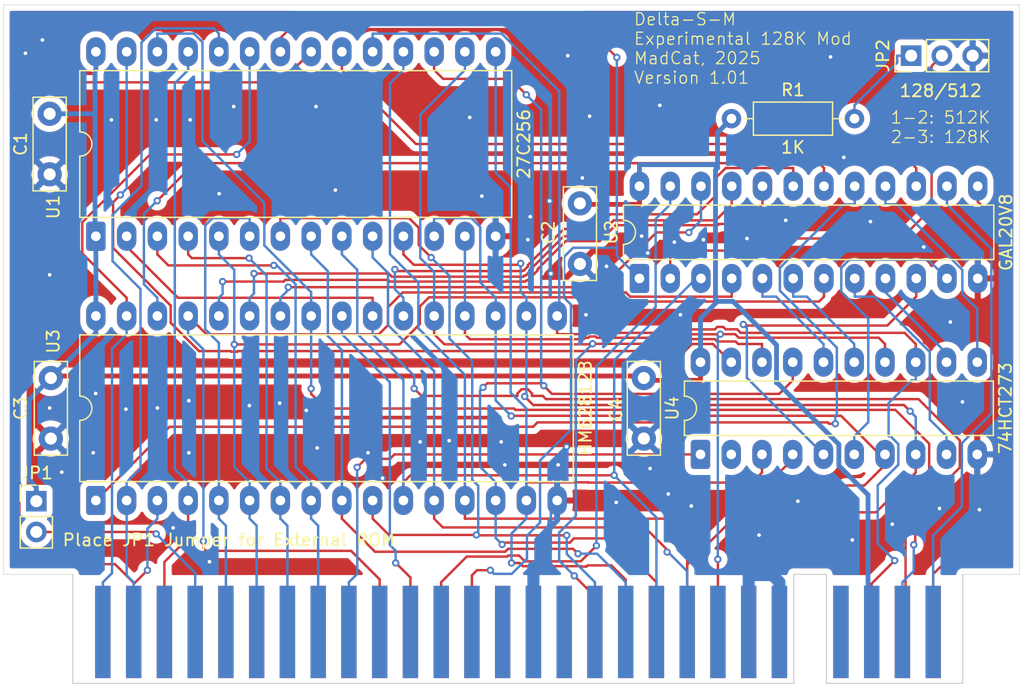
<source format=kicad_pcb>
(kicad_pcb (version 20241229) (generator "pcbnew") (generator_version "9.0")
  (layers (0 "F.Cu" signal) (2 "B.Cu" signal) (13 "F.Paste" user) (15 "B.Paste" user) (5 "F.SilkS" user "F.Silkscreen") (7 "B.SilkS" user "B.Silkscreen") (1 "F.Mask" user) (3 "B.Mask" user) (25 "Edge.Cuts" user))
  (net 0 "")
  (net 1 "Net-(JP2-Pin_2)")
  (net 2 "+5V")
  (net 3 "/A5")
  (net 4 "/D0")
  (net 5 "/RAMCS")
  (net 6 "/D4")
  (net 7 "/A3")
  (net 8 "/SA17")
  (net 9 "/A10")
  (net 10 "/D5")
  (net 11 "/A6")
  (net 12 "/D6")
  (net 13 "/A1")
  (net 14 "/A12")
  (net 15 "/A0")
  (net 16 "/A2")
  (net 17 "/SA16")
  (net 18 "/A9")
  (net 19 "/A11")
  (net 20 "/A13")
  (net 21 "/A7")
  (net 22 "GND")
  (net 23 "/RD")
  (net 24 "/SA14")
  (net 25 "/SA18")
  (net 26 "/D1")
  (net 27 "/A8")
  (net 28 "/D2")
  (net 29 "/D7")
  (net 30 "/SA15")
  (net 31 "/D3")
  (net 32 "/WR")
  (net 33 "/A4")
  (net 34 "/BANK0")
  (net 35 "/IORQ")
  (net 36 "/A14")
  (net 37 "/ROMCS")
  (net 38 "/CLK7FFD")
  (net 39 "Net-(JP2-Pin_1)")
  (net 40 "/BANK4")
  (net 41 "/BANK1")
  (net 42 "/DIS128")
  (net 43 "/A15")
  (net 44 "/MREQ")
  (net 45 "/BANK3")
  (net 46 "/BANK2")
  (net 48 "/RESET")
  (net 49 "/ROMA14")
  (net 70 "Net-(J2-ROMCS)")
  (footprint "Capacitor_THT:C_Disc_D7.5mm_W2.5mm_P5.00mm" (layer "F.Cu") (at 40.9 100.4 -90)
    (property "Reference" "C1")
    (property "Value" "0.1uF")
  )
  (footprint "Capacitor_THT:C_Disc_D7.5mm_W2.5mm_P5.00mm" (layer "F.Cu") (at 84.7 107.8 -90)
    (property "Reference" "C2")
    (property "Value" "0.1uF")
  )
  (footprint "Package_DIP:DIP-32_W15.24mm_LongPads" (layer "F.Cu") (at 44.72 132.34 90)
    (property "Reference" "U3")
    (property "Value" "HM628128")
  )
  (footprint "Package_DIP:DIP-28_W15.24mm_LongPads" (layer "F.Cu") (at 44.72 110.515 90)
    (property "Reference" "U1")
    (property "Value" "27C256")
  )
  (footprint "Capacitor_THT:C_Disc_D7.5mm_W2.5mm_P5.00mm" (layer "F.Cu") (at 89.98 122.225 -90)
    (property "Reference" "C4")
    (property "Value" "0.1uF")
  )
  (footprint "Expander_footprints:ZX SPECTRUM EDGE CONNECTOR (HORIZONTAL)" (layer "F.Cu") (at 79.59 142.946)
    (property "Reference" "J2" (hide yes))
    (property "Value" "ZX1" (hide yes))
    (fp_line (start -36.775 4.5) (end -36.775 -4.5) (stroke (width 0.1)) (layer "Edge.Cuts"))
    (fp_line (start 22.775 4.5) (end -36.775 4.5) (stroke (width 0.1)) (layer "Edge.Cuts"))
    (fp_line (start 22.775 4.5) (end 22.775 -4.5) (stroke (width 0.1)) (layer "Edge.Cuts"))
    (fp_line (start 25.475 -4.5) (end 22.775 -4.5) (stroke (width 0.1)) (layer "Edge.Cuts"))
    (fp_line (start 25.475 4.5) (end 25.475 -4.5) (stroke (width 0.1)) (layer "Edge.Cuts"))
    (fp_line (start 36.725 4.5) (end 25.475 4.5) (stroke (width 0.1)) (layer "Edge.Cuts"))
    (fp_line (start 36.725 4.5) (end 36.725 -4.5) (stroke (width 0.1)) (layer "Edge.Cuts"))
  )
  (footprint "Capacitor_THT:C_Disc_D7.5mm_W2.5mm_P5.00mm" (layer "F.Cu") (at 41 122.225 -90)
    (property "Reference" "C3")
    (property "Value" "0.1uF")
  )
  (footprint "Connector_PinHeader_2.54mm:PinHeader_1x03_P2.54mm_Vertical" (layer "F.Cu") (at 112.06 95.6 90)
    (property "Reference" "JP2")
    (property "Value" "128/512")
  )
  (footprint "Package_DIP:DIP-24_W7.62mm_LongPads" (layer "F.Cu") (at 89.62 114 90)
    (property "Reference" "U2")
    (property "Value" "GAL20V8")
  )
  (footprint "Connector_PinHeader_2.54mm:PinHeader_1x02_P2.54mm_Vertical" (layer "F.Cu") (at 39.8 132.4)
    (property "Reference" "JP1")
    (property "Value" "Place JP1 Jumper for External ROM")
  )
  (footprint "Package_DIP:DIP-20_W7.62mm_LongPads" (layer "F.Cu") (at 94.66 128.535 90)
    (property "Reference" "U4")
    (property "Value" "74HCT273")
  )
  (footprint "Resistor_THT:R_Axial_DIN0207_L6.3mm_D2.5mm_P10.16mm_Horizontal" (layer "F.Cu") (at 97.22 100.8)
    (property "Reference" "R1")
    (property "Value" "1K")
  )
  (gr_line (start 37.1 91.4) (end 121 91.4) (stroke (width 0.05)) (layer "Edge.Cuts"))
  (gr_line (start 37.1 138.446) (end 42.815 138.446) (stroke (width 0.05)) (layer "Edge.Cuts"))
  (gr_line (start 37.1 138.446) (end 37.1 91.4) (stroke (width 0.05)) (layer "Edge.Cuts"))
  (gr_line (start 121 138.446) (end 116.315 138.446) (stroke (width 0.05)) (layer "Edge.Cuts"))
  (gr_line (start 121 91.4) (end 121 138.446) (stroke (width 0.05)) (layer "Edge.Cuts"))
  (gr_text "Delta-S-M\nExperimental 128K Mod\nMadCat, 2025\nVersion 1.01" (at 89.1 98 0) (layer "F.SilkS") (effects (font (size 1 1) (thickness 0.1)) (justify left bottom)))
  (gr_text "1-2: 512K\n2-3: 128K" (at 110.3 102.9 0) (layer "F.SilkS") (effects (font (size 1 1) (thickness 0.1)) (justify left bottom)))
  (segment (start 92.16 112.093057) (end 92.553057 111.7) (width 0.2) (layer "F.Cu") (net 1))
  (segment (start 92.16 114) (end 92.16 112.093057) (width 0.2) (layer "F.Cu") (net 1))
  (segment (start 101.5144 110.7) (end 111.2532 110.7) (width 0.2) (layer "F.Cu") (net 1))
  (segment (start 113.75 96.45) (end 114.6 95.6) (width 0.2) (layer "F.Cu") (net 1))
  (segment (start 100.5144 111.7) (end 101.5144 110.7) (width 0.2) (layer "F.Cu") (net 1))
  (segment (start 92.553057 111.7) (end 100.5144 111.7) (width 0.2) (layer "F.Cu") (net 1))
  (segment (start 111.2532 110.7) (end 113.75 108.2032) (width 0.2) (layer "F.Cu") (net 1))
  (segment (start 113.75 108.2032) (end 113.75 96.45) (width 0.2) (layer "F.Cu") (net 1))
  (segment (start 94.66 122.4167) (end 90.1717 122.4167) (width 0.4) (layer "F.Cu") (net 2))
  (segment (start 89.62 107.8817) (end 84.7817 107.8817) (width 0.4) (layer "F.Cu") (net 2))
  (segment (start 84.7817 107.8817) (end 84.7 107.8) (width 0.4) (layer "F.Cu") (net 2))
  (segment (start 89.8127 122.0577) (end 41.1673 122.0577) (width 0.4) (layer "F.Cu") (net 2))
  (segment (start 41.1673 122.0577) (end 41 122.225) (width 0.4) (layer "F.Cu") (net 2))
  (segment (start 89.62 106.38) (end 89.62 107.8817) (width 0.4) (layer "F.Cu") (net 2))
  (segment (start 89.98 122.225) (end 89.8127 122.0577) (width 0.4) (layer "F.Cu") (net 2))
  (segment (start 90.1717 122.4167) (end 89.98 122.225) (width 0.4) (layer "F.Cu") (net 2))
  (segment (start 94.66 120.915) (end 94.66 122.4167) (width 0.4) (layer "F.Cu") (net 2))
  (segment (start 44.72 110.515) (end 44.6487 110.4437) (width 0.4) (layer "B.Cu") (net 2))
  (segment (start 44.72 95.275) (end 44.72 96.7767) (width 0.4) (layer "B.Cu") (net 2))
  (segment (start 39.8 131.2483) (end 39.2 130.6483) (width 0.4) (layer "B.Cu") (net 2))
  (segment (start 96.0677 101.9523) (end 96.0677 104.8783) (width 0.4) (layer "B.Cu") (net 2))
  (segment (start 44.6487 96.848) (end 44.72 96.7767) (width 0.4) (layer "B.Cu") (net 2))
  (segment (start 39.2 124.025) (end 41 122.225) (width 0.4) (layer "B.Cu") (net 2))
  (segment (start 39.8 132.4) (end 39.8 131.2483) (width 0.4) (layer "B.Cu") (net 2))
  (segment (start 96.0677 115.8937) (end 97.3436 115.8937) (width 0.4) (layer "B.Cu") (net 2))
  (segment (start 94.66 120.915) (end 94.66 119.4133) (width 0.4) (layer "B.Cu") (net 2))
  (segment (start 39.2 130.6483) (end 39.2 124.025) (width 0.4) (layer "B.Cu") (net 2))
  (segment (start 44.72 118.6017) (end 44.6233 118.6017) (width 0.4) (layer "B.Cu") (net 2))
  (segment (start 89.62 104.6) (end 89.62 106.38) (width 0.4) (layer "B.Cu") (net 2))
  (segment (start 96.0677 104.8783) (end 95.9 105.046) (width 0.4) (layer "B.Cu") (net 2))
  (segment (start 100.941 122.619) (end 101.00247 122.619) (width 0.4) (layer "B.Cu") (net 2))
  (segment (start 44.6487 110.4437) (end 44.6487 100.4) (width 0.4) (layer "B.Cu") (net 2))
  (segment (start 96.0677 115.8937) (end 94.66 117.3014) (width 0.4) (layer "B.Cu") (net 2))
  (segment (start 95.9 115.726) (end 96.0677 115.8937) (width 0.4) (layer "B.Cu") (net 2))
  (segment (start 44.72 117.1) (end 44.72 118.6017) (width 0.4) (layer "B.Cu") (net 2))
  (segment (start 44.6233 118.6017) (end 41 122.225) (width 0.4) (layer "B.Cu") (net 2))
  (segment (start 100.941 119.4911) (end 100.941 122.619) (width 0.4) (layer "B.Cu") (net 2))
  (segment (start 97.22 100.8) (end 96.0677 101.9523) (width 0.4) (layer "B.Cu") (net 2))
  (segment (start 95.9 105.046) (end 95.9 115.726) (width 0.4) (layer "B.Cu") (net 2))
  (segment (start 108.5 131.875) (end 108.5 142.9) (width 0.4) (layer "B.Cu") (net 2))
  (segment (start 94.66 117.3014) (end 94.66 119.4133) (width 0.4) (layer "B.Cu") (net 2))
  (segment (start 44.72 110.515) (end 44.72 117.1) (width 0.4) (layer "B.Cu") (net 2))
  (segment (start 101.00247 122.619) (end 106.09 127.70653) (width 0.4) (layer "B.Cu") (net 2))
  (segment (start 106.09 127.70653) (end 106.09 129.465) (width 0.4) (layer "B.Cu") (net 2))
  (segment (start 108.5 142.9) (end 108.8 143.2) (width 0.4) (layer "B.Cu") (net 2))
  (segment (start 106.09 129.465) (end 108.5 131.875) (width 0.4) (layer "B.Cu") (net 2))
  (segment (start 95.7894 104.6) (end 89.62 104.6) (width 0.4) (layer "B.Cu") (net 2))
  (segment (start 97.3436 115.8937) (end 100.941 119.4911) (width 0.4) (layer "B.Cu") (net 2))
  (segment (start 44.6487 100.4) (end 44.6487 96.848) (width 0.4) (layer "B.Cu") (net 2))
  (segment (start 44.6487 100.4) (end 40.9 100.4) (width 0.4) (layer "B.Cu") (net 2))
  (segment (start 96.0677 104.8783) (end 95.7894 104.6) (width 0.4) (layer "B.Cu") (net 2))
  (segment (start 56.15 119.449) (end 69.7934 119.449) (width 0.2) (layer "F.Cu") (net 3))
  (segment (start 71.4764 117.766) (end 71.4764 116.3182) (width 0.2) (layer "F.Cu") (net 3))
  (segment (start 104.4539 115.9078) (end 104.86 115.5017) (width 0.2) (layer "F.Cu") (net 3))
  (segment (start 88.5025 115.9078) (end 104.4539 115.9078) (width 0.2) (layer "F.Cu") (net 3))
  (segment (start 88.1523 115.5576) (end 88.5025 115.9078) (width 0.2) (layer "F.Cu") (net 3))
  (segment (start 69.7934 119.449) (end 71.4764 117.766) (width 0.2) (layer "F.Cu") (net 3))
  (segment (start 72.237 115.5576) (end 88.1523 115.5576) (width 0.2) (layer "F.Cu") (net 3))
  (segment (start 104.86 114) (end 104.86 115.5017) (width 0.2) (layer "F.Cu") (net 3))
  (segment (start 71.4764 116.3182) (end 72.237 115.5576) (width 0.2) (layer "F.Cu") (net 3))
  (via (at 56.15 119.449) (size 0.6) (drill 0.3) (layers "F.Cu" "B.Cu") (net 3))
  (segment (start 54.88 112.0167) (end 56.15 113.2867) (width 0.2) (layer "B.Cu") (net 3))
  (segment (start 58 134.4217) (end 57.42 133.8417) (width 0.2) (layer "B.Cu") (net 3))
  (segment (start 57.42 132.7736) (end 57.42 133.8417) (width 0.2) (layer "B.Cu") (net 3))
  (segment (start 57.42 132.7736) (end 57.42 132.34) (width 0.2) (layer "B.Cu") (net 3))
  (segment (start 56.15 129.5683) (end 57.42 130.8383) (width 0.2) (layer "B.Cu") (net 3))
  (segment (start 58 143.2) (end 58 134.4217) (width 0.2) (layer "B.Cu") (net 3))
  (segment (start 56.15 113.2867) (end 56.15 119.449) (width 0.2) (layer "B.Cu") (net 3))
  (segment (start 54.88 110.515) (end 54.88 112.0167) (width 0.2) (layer "B.Cu") (net 3))
  (segment (start 57.42 132.34) (end 57.42 130.8383) (width 0.2) (layer "B.Cu") (net 3))
  (segment (start 56.15 119.449) (end 56.15 129.5683) (width 0.2) (layer "B.Cu") (net 3))
  (segment (start 111.464 124.4547) (end 111.9763 124.967) (width 0.2) (layer "F.Cu") (net 4))
  (segment (start 101.18 143.2) (end 101.18 138.52) (width 0.2) (layer "F.Cu") (net 4))
  (segment (start 106.3822 133.3178) (end 109.1589 133.3178) (width 0.2) (layer "F.Cu") (net 4))
  (segment (start 101.18 138.52) (end 106.3822 133.3178) (width 0.2) (layer "F.Cu") (net 4))
  (segment (start 70.12 112.0167) (end 70.9747 112.8714) (width 0.2) (layer "F.Cu") (net 4))
  (segment (start 109.1589 133.3178) (end 112.44 130.0367) (width 0.2) (layer "F.Cu") (net 4))
  (segment (start 80.846 124.4547) (end 111.464 124.4547) (width 0.2) (layer "F.Cu") (net 4))
  (segment (start 70.9747 112.8714) (end 79.69 112.8714) (width 0.2) (layer "F.Cu") (net 4))
  (segment (start 80.1404 123.7491) (end 80.846 124.4547) (width 0.2) (layer "F.Cu") (net 4))
  (segment (start 79.69 112.8714) (end 79.805 112.7564) (width 0.2) (layer "F.Cu") (net 4))
  (segment (start 70.12 110.515) (end 70.12 112.0167) (width 0.2) (layer "F.Cu") (net 4))
  (segment (start 112.44 130.0367) (end 112.44 128.535) (width 0.2) (layer "F.Cu") (net 4))
  (via (at 111.9763 124.967) (size 0.6) (drill 0.3) (layers "F.Cu" "B.Cu") (net 4))
  (via (at 79.805 112.7564) (size 0.6) (drill 0.3) (layers "F.Cu" "B.Cu") (net 4))
  (via (at 80.1404 123.7491) (size 0.6) (drill 0.3) (layers "F.Cu" "B.Cu") (net 4))
  (segment (start 79.805 115.1233) (end 79.805 112.7564) (width 0.2) (layer "B.Cu") (net 4))
  (segment (start 112.44 125.4307) (end 111.9763 124.967) (width 0.2) (layer "B.Cu") (net 4))
  (segment (start 80.28 117.1) (end 80.28 115.5983) (width 0.2) (layer "B.Cu") (net 4))
  (segment (start 112.44 128.535) (end 112.44 125.4307) (width 0.2) (layer "B.Cu") (net 4))
  (segment (start 80.28 123.6095) (end 80.28 117.1) (width 0.2) (layer "B.Cu") (net 4))
  (segment (start 80.28 115.5983) (end 79.805 115.1233) (width 0.2) (layer "B.Cu") (net 4))
  (segment (start 80.1404 123.7491) (end 80.28 123.6095) (width 0.2) (layer "B.Cu") (net 4))
  (segment (start 102.32 106.38) (end 102.32 104.8783) (width 0.2) (layer "F.Cu") (net 5))
  (segment (start 95.97 107.1082) (end 94.3782 108.7) (width 0.2) (layer "F.Cu") (net 5))
  (segment (start 80.406 113.005343) (end 80.053943 113.3574) (width 0.2) (layer "F.Cu") (net 5))
  (segment (start 79.9084 113.3916) (end 69.5533 113.3916) (width 0.2) (layer "F.Cu") (net 5))
  (segment (start 83.3855 109.9145) (end 80.406 112.894) (width 0.2) (layer "F.Cu") (net 5))
  (segment (start 87.2179 108.7) (end 86.0034 109.9145) (width 0.2) (layer "F.Cu") (net 5))
  (segment (start 80.406 112.894) (end 80.406 113.005343) (width 0.2) (layer "F.Cu") (net 5))
  (segment (start 79.9426 113.3574) (end 79.9084 113.3916) (width 0.2) (layer "F.Cu") (net 5))
  (segment (start 96.7415 104.8783) (end 95.97 105.6498) (width 0.2) (layer "F.Cu") (net 5))
  (segment (start 94.3782 108.7) (end 87.2179 108.7) (width 0.2) (layer "F.Cu") (net 5))
  (segment (start 69.5533 113.3916) (end 69.4152 113.2535) (width 0.2) (layer "F.Cu") (net 5))
  (segment (start 86.0034 109.9145) (end 83.3855 109.9145) (width 0.2) (layer "F.Cu") (net 5))
  (segment (start 80.053943 113.3574) (end 79.9426 113.3574) (width 0.2) (layer "F.Cu") (net 5))
  (segment (start 102.32 104.8783) (end 96.7415 104.8783) (width 0.2) (layer "F.Cu") (net 5))
  (segment (start 95.97 105.6498) (end 95.97 107.1082) (width 0.2) (layer "F.Cu") (net 5))
  (via (at 69.4152 113.2535) (size 0.6) (drill 0.3) (layers "F.Cu" "B.Cu") (net 5))
  (segment (start 69.4152 114.8935) (end 70.12 115.5983) (width 0.2) (layer "B.Cu") (net 5))
  (segment (start 70.12 117.1) (end 70.12 115.5983) (width 0.2) (layer "B.Cu") (net 5))
  (segment (start 69.4152 113.2535) (end 69.4152 114.8935) (width 0.2) (layer "B.Cu") (net 5))
  (segment (start 93.559 119.2472) (end 93.7939 119.0123) (width 0.2) (layer "F.Cu") (net 6))
  (segment (start 85.7479 119.3952) (end 85.7527 119.4) (width 0.2) (layer "F.Cu") (net 6))
  (segment (start 94.1261 119.0123) (end 95.518 119.0123) (width 0.2) (layer "F.Cu") (net 6))
  (segment (start 93.4062 119.4) (end 93.559 119.2472) (width 0.2) (layer "F.Cu") (net 6))
  (segment (start 96.0463 119.2075) (end 97.5621 119.2075) (width 0.2) (layer "F.Cu") (net 6))
  (segment (start 85.94 140.2668) (end 84.2366 138.5634) (width 0.2) (layer "F.Cu") (net 6))
  (segment (start 95.518 119.0123) (end 95.8502 119.0123) (width 0.2) (layer "F.Cu") (net 6))
  (segment (start 72.66 117.1) (end 72.66 118.6017) (width 0.2) (layer "F.Cu") (net 6))
  (segment (start 96.04585 119.20795) (end 96.0463 119.2075) (width 0.2) (layer "F.Cu") (net 6))
  (segment (start 85.7479 119.3952) (end 85.7023 119.4408) (width 0.2) (layer "F.Cu") (net 6))
  (segment (start 85.94 143.2) (end 85.94 140.2668) (width 0.2) (layer "F.Cu") (net 6))
  (segment (start 97.7679 119.4133) (end 99.74 119.4133) (width 0.2) (layer "F.Cu") (net 6))
  (segment (start 85.7527 119.4) (end 93.4062 119.4) (width 0.2) (layer "F.Cu") (net 6))
  (segment (start 85.7023 119.4408) (end 73.4991 119.4408) (width 0.2) (layer "F.Cu") (net 6))
  (segment (start 97.5621 119.2075) (end 97.7679 119.4133) (width 0.2) (layer "F.Cu") (net 6))
  (segment (start 93.7939 119.0123) (end 94.1261 119.0123) (width 0.2) (layer "F.Cu") (net 6))
  (segment (start 73.4991 119.4408) (end 72.66 118.6017) (width 0.2) (layer "F.Cu") (net 6))
  (segment (start 99.74 119.4133) (end 99.74 120.915) (width 0.2) (layer "F.Cu") (net 6))
  (segment (start 95.8502 119.0123) (end 96.04585 119.20795) (width 0.2) (layer "F.Cu") (net 6))
  (via (at 85.7479 119.3952) (size 0.6) (drill 0.3) (layers "F.Cu" "B.Cu") (net 6))
  (via (at 84.2366 138.5634) (size 0.6) (drill 0.3) (layers "F.Cu" "B.Cu") (net 6))
  (segment (start 71.5184 100.4583) (end 71.5184 112.319) (width 0.2) (layer "B.Cu") (net 6))
  (segment (start 82.9864 137.3132) (end 82.9864 134.9907) (width 0.2) (layer "B.Cu") (net 6))
  (segment (start 82.9864 134.9907) (end 84.3632 133.6139) (width 0.2) (layer "B.Cu") (net 6))
  (segment (start 84.2366 138.5634) (end 82.9864 137.3132) (width 0.2) (layer "B.Cu") (net 6))
  (segment (start 75.2 96.7767) (end 71.5184 100.4583) (width 0.2) (layer "B.Cu") (net 6))
  (segment (start 84.3632 133.6139) (end 84.3632 120.7799) (width 0.2) (layer "B.Cu") (net 6))
  (segment (start 72.66 113.4606) (end 72.66 117.1) (width 0.2) (layer "B.Cu") (net 6))
  (segment (start 75.2 95.275) (end 75.2 96.7767) (width 0.2) (layer "B.Cu") (net 6))
  (segment (start 84.3632 120.7799) (end 85.7479 119.3952) (width 0.2) (layer "B.Cu") (net 6))
  (segment (start 71.5184 112.319) (end 72.66 113.4606) (width 0.2) (layer "B.Cu") (net 6))
  (segment (start 70.5892 109.0133) (end 71.39 109.8141) (width 0.2) (layer "F.Cu") (net 7))
  (segment (start 67.58 132.34) (end 67.58 133.8417) (width 0.2) (layer "F.Cu") (net 7))
  (segment (start 59.96 110.515) (end 59.96 109.0133) (width 0.2) (layer "F.Cu") (net 7))
  (segment (start 71.39 111.2444) (end 72.4153 112.2697) (width 0.2) (layer "F.Cu") (net 7))
  (segment (start 76.1843 135.2195) (end 83.6109 135.2195) (width 0.2) (layer "F.Cu") (net 7))
  (segment (start 67.58 133.8417) (end 68.9235 135.1852) (width 0.2) (layer "F.Cu") (net 7))
  (segment (start 59.96 109.0133) (end 70.5892 109.0133) (width 0.2) (layer "F.Cu") (net 7))
  (segment (start 71.39 109.8141) (end 71.39 111.2444) (width 0.2) (layer "F.Cu") (net 7))
  (segment (start 68.9235 135.1852) (end 76.15 135.1852) (width 0.2) (layer "F.Cu") (net 7))
  (segment (start 76.15 135.1852) (end 76.1843 135.2195) (width 0.2) (layer "F.Cu") (net 7))
  (via (at 83.6109 135.2195) (size 0.6) (drill 0.3) (layers "F.Cu" "B.Cu") (net 7))
  (via (at 76.15 135.1852) (size 0.6) (drill 0.3) (layers "F.Cu" "B.Cu") (net 7))
  (via (at 72.4153 112.2697) (size 0.6) (drill 0.3) (layers "F.Cu" "B.Cu") (net 7))
  (segment (start 73.93 113.7844) (end 72.4153 112.2697) (width 0.2) (layer "B.Cu") (net 7))
  (segment (start 73.93 118.9742) (end 73.93 113.7844) (width 0.2) (layer "B.Cu") (net 7))
  (segment (start 75.8073 120.8515) (end 73.93 118.9742) (width 0.2) (layer "B.Cu") (net 7))
  (segment (start 76.3017 131.1261) (end 75.8073 130.6317) (width 0.2) (layer "B.Cu") (net 7))
  (segment (start 76.3017 135.0335) (end 76.3017 131.1261) (width 0.2) (layer "B.Cu") (net 7))
  (segment (start 83.6109 136.7592) (end 83.6109 135.2195) (width 0.2) (layer "B.Cu") (net 7))
  (segment (start 75.8073 130.6317) (end 75.8073 120.8515) (width 0.2) (layer "B.Cu") (net 7))
  (segment (start 76.15 135.1852) (end 76.3017 135.0335) (width 0.2) (layer "B.Cu") (net 7))
  (segment (start 85.94 139.0883) (end 83.6109 136.7592) (width 0.2) (layer "B.Cu") (net 7))
  (segment (start 85.94 143.2) (end 85.94 139.0883) (width 0.2) (layer "B.Cu") (net 7))
  (segment (start 104.4583 104.4766) (end 104.86 104.8783) (width 0.2) (layer "F.Cu") (net 8))
  (segment (start 52.889 104.4766) (end 104.4583 104.4766) (width 0.2) (layer "F.Cu") (net 8))
  (segment (start 49.785 107.5806) (end 52.889 104.4766) (width 0.2) (layer "F.Cu") (net 8))
  (segment (start 104.86 106.38) (end 104.86 104.8783) (width 0.2) (layer "F.Cu") (net 8))
  (via (at 49.785 107.5806) (size 0.6) (drill 0.3) (layers "F.Cu" "B.Cu") (net 8))
  (segment (start 48.687 114.4853) (end 49.8 115.5983) (width 0.2) (layer "B.Cu") (net 8))
  (segment (start 48.687 108.6786) (end 48.687 114.4853) (width 0.2) (layer "B.Cu") (net 8))
  (segment (start 49.785 107.5806) (end 48.687 108.6786) (width 0.2) (layer "B.Cu") (net 8))
  (segment (start 49.8 117.1) (end 49.8 115.5983) (width 0.2) (layer "B.Cu") (net 8))
  (segment (start 46.3 137.6) (end 47.84 139.14) (width 0.2) (layer "F.Cu") (net 9))
  (segment (start 47.84 143.2) (end 47.84 141.1441) (width 0.2) (layer "F.Cu") (net 9))
  (segment (start 47.84 139.14) (end 47.84 141.1441) (width 0.2) (layer "F.Cu") (net 9))
  (segment (start 43.3754 97.8) (end 42.3699 96.7945) (width 0.2) (layer "F.Cu") (net 9))
  (segment (start 40.2945 96.7945) (end 38.4 98.689) (width 0.2) (layer "F.Cu") (net 9))
  (segment (start 47.84 139.2378) (end 48.9778 138.1) (width 0.2) (layer "F.Cu") (net 9))
  (segment (start 38.4 137.008) (end 38.992 137.6) (width 0.2) (layer "F.Cu") (net 9))
  (segment (start 42.3699 96.7945) (end 40.2945 96.7945) (width 0.2) (layer "F.Cu") (net 9))
  (segment (start 47.84 141.1441) (end 47.84 139.2378) (width 0.2) (layer "F.Cu") (net 9))
  (segment (start 59.975 97.8) (end 43.3754 97.8) (width 0.2) (layer "F.Cu") (net 9))
  (segment (start 38.4 98.689) (end 38.4 137.008) (width 0.2) (layer "F.Cu") (net 9))
  (segment (start 62.5 95.275) (end 59.975 97.8) (width 0.2) (layer "F.Cu") (net 9))
  (segment (start 38.992 137.6) (end 46.3 137.6) (width 0.2) (layer "F.Cu") (net 9))
  (via (at 48.9778 138.1) (size 0.6) (drill 0.3) (layers "F.Cu" "B.Cu") (net 9))
  (segment (start 48.9778 138.1) (end 48.9778 134.6639) (width 0.2) (layer "B.Cu") (net 9))
  (segment (start 49.8 133.8417) (end 49.8 132.34) (width 0.2) (layer "B.Cu") (net 9))
  (segment (start 48.9778 134.6639) (end 49.8 133.8417) (width 0.2) (layer "B.Cu") (net 9))
  (segment (start 91.02 143.2) (end 91.02 139.0883) (width 0.2) (layer "F.Cu") (net 10))
  (segment (start 102.28 122.4167) (end 101.1612 123.5355) (width 0.2) (layer "F.Cu") (net 10))
  (segment (start 73.3973 97.514) (end 72.66 96.7767) (width 0.2) (layer "F.Cu") (net 10))
  (segment (start 72.66 96.7767) (end 72.66 95.275) (width 0.2) (layer "F.Cu") (net 10))
  (segment (start 78.275 135.9694) (end 78.4232 135.8212) (width 0.2) (layer "F.Cu") (net 10))
  (segment (start 83.8601 135.8212) (end 84.2098 135.4715) (width 0.2) (layer "F.Cu") (net 10))
  (segment (start 84.2098 135.4715) (end 87.4032 135.4715) (width 0.2) (layer "F.Cu") (net 10))
  (segment (start 76.7 123) (end 77.0406 122.6594) (width 0.2) (layer "F.Cu") (net 10))
  (segment (start 78.4232 135.8212) (end 83.8601 135.8212) (width 0.2) (layer "F.Cu") (net 10))
  (segment (start 82.3916 123.5355) (end 81.7152 122.8591) (width 0.2) (layer "F.Cu") (net 10))
  (segment (start 102.28 120.915) (end 102.28 122.4167) (width 0.2) (layer "F.Cu") (net 10))
  (segment (start 78.9612 97.514) (end 73.3973 97.514) (width 0.2) (layer "F.Cu") (net 10))
  (segment (start 87.4032 135.4715) (end 91.02 139.0883) (width 0.2) (layer "F.Cu") (net 10))
  (segment (start 81.5155 122.6594) (end 81.7152 122.8591) (width 0.2) (layer "F.Cu") (net 10))
  (segment (start 101.1612 123.5355) (end 82.3916 123.5355) (width 0.2) (layer "F.Cu") (net 10))
  (segment (start 80.2736 98.8264) (end 78.9612 97.514) (width 0.2) (layer "F.Cu") (net 10))
  (segment (start 77.0406 122.6594) (end 81.5155 122.6594) (width 0.2) (layer "F.Cu") (net 10))
  (via (at 78.275 135.9694) (size 0.6) (drill 0.3) (layers "F.Cu" "B.Cu") (net 10))
  (via (at 81.7152 122.8591) (size 0.6) (drill 0.3) (layers "F.Cu" "B.Cu") (net 10))
  (via (at 76.7 123) (size 0.6) (drill 0.3) (layers "F.Cu" "B.Cu") (net 10))
  (via (at 80.2736 98.8264) (size 0.6) (drill 0.3) (layers "F.Cu" "B.Cu") (net 10))
  (segment (start 80.2736 98.8264) (end 81.5 100.0528) (width 0.2) (layer "B.Cu") (net 10))
  (segment (start 77.74 135.4344) (end 77.74 132.34) (width 0.2) (layer "B.Cu") (net 10))
  (segment (start 78.275 135.9694) (end 77.74 135.4344) (width 0.2) (layer "B.Cu") (net 10))
  (segment (start 77.74 130.8383) (end 77.74 132.34) (width 0.2) (layer "B.Cu") (net 10))
  (segment (start 81.5 100.0528) (end 81.5 122.6439) (width 0.2) (layer "B.Cu") (net 10))
  (segment (start 76.45 123.25) (end 76.45 129.5483) (width 0.2) (layer "B.Cu") (net 10))
  (segment (start 81.5 122.6439) (end 81.7152 122.8591) (width 0.2) (layer "B.Cu") (net 10))
  (segment (start 76.7 123) (end 76.45 123.25) (width 0.2) (layer "B.Cu") (net 10))
  (segment (start 76.45 129.5483) (end 77.74 130.8383) (width 0.2) (layer "B.Cu") (net 10))
  (segment (start 52.34 110.515) (end 52.34 112.0167) (width 0.2) (layer "F.Cu") (net 11))
  (segment (start 52.6441 112.3208) (end 57.375 112.3208) (width 0.2) (layer "F.Cu") (net 11))
  (segment (start 52.34 112.0167) (end 52.6441 112.3208) (width 0.2) (layer "F.Cu") (net 11))
  (via (at 57.375 112.3208) (size 0.6) (drill 0.3) (layers "F.Cu" "B.Cu") (net 11))
  (segment (start 60.54 134.4217) (end 59.96 133.8417) (width 0.2) (layer "B.Cu") (net 11))
  (segment (start 59.96 132.34) (end 59.96 130.8383) (width 0.2) (layer "B.Cu") (net 11))
  (segment (start 58.8178 113.7636) (end 57.375 112.3208) (width 0.2) (layer "B.Cu") (net 11))
  (segment (start 59.96 132.7736) (end 59.96 132.34) (width 0.2) (layer "B.Cu") (net 11))
  (segment (start 59.96 130.8383) (end 58.8178 129.6961) (width 0.2) (layer "B.Cu") (net 11))
  (segment (start 60.54 143.2) (end 60.54 134.4217) (width 0.2) (layer "B.Cu") (net 11))
  (segment (start 58.8178 129.6961) (end 58.8178 113.7636) (width 0.2) (layer "B.Cu") (net 11))
  (segment (start 59.96 132.7736) (end 59.96 133.8417) (width 0.2) (layer "B.Cu") (net 11))
  (segment (start 93.56 137.64) (end 102.28 128.92) (width 0.2) (layer "F.Cu") (net 12))
  (segment (start 93.56 138.7564) (end 93.56 135.46) (width 0.2) (layer "F.Cu") (net 12))
  (segment (start 93.56 135.46) (end 91.9417 133.8417) (width 0.2) (layer "F.Cu") (net 12))
  (segment (start 93.56 143.2) (end 93.56 138.7564) (width 0.2) (layer "F.Cu") (net 12))
  (segment (start 75.2 133.8417) (end 75.2 132.34) (width 0.2) (layer "F.Cu") (net 12))
  (segment (start 102.28 128.92) (end 102.28 128.535) (width 0.2) (layer "F.Cu") (net 12))
  (segment (start 93.56 138.7564) (end 93.56 137.64) (width 0.2) (layer "F.Cu") (net 12))
  (segment (start 91.9417 133.8417) (end 75.2 133.8417) (width 0.2) (layer "F.Cu") (net 12))
  (segment (start 75.2 132.34) (end 75.2 130.8383) (width 0.2) (layer "B.Cu") (net 12))
  (segment (start 71.3551 114.3425) (end 71.3551 118.1167) (width 0.2) (layer "B.Cu") (net 12))
  (segment (start 75.2 121.9616) (end 75.2 130.8383) (width 0.2) (layer "B.Cu") (net 12))
  (segment (start 69.0088 111.9962) (end 71.3551 114.3425) (width 0.2) (layer "B.Cu") (net 12))
  (segment (start 70.12 96.7767) (end 69.0088 97.8879) (width 0.2) (layer "B.Cu") (net 12))
  (segment (start 69.0088 97.8879) (end 69.0088 111.9962) (width 0.2) (layer "B.Cu") (net 12))
  (segment (start 70.12 95.275) (end 70.12 96.7767) (width 0.2) (layer "B.Cu") (net 12))
  (segment (start 71.3551 118.1167) (end 75.2 121.9616) (width 0.2) (layer "B.Cu") (net 12))
  (segment (start 70.12 130.8383) (end 70.6974 130.2609) (width 0.2) (layer "F.Cu") (net 13))
  (segment (start 70.12 132.34) (end 70.12 130.8383) (width 0.2) (layer "F.Cu") (net 13))
  (segment (start 70.6974 130.2609) (end 87.5328 130.2609) (width 0.2) (layer "F.Cu") (net 13))
  (via (at 87.5328 130.2609) (size 0.6) (drill 0.3) (layers "F.Cu" "B.Cu") (net 13))
  (segment (start 66.31 113.2867) (end 66.31 118.5716) (width 0.2) (layer "B.Cu") (net 13))
  (segment (start 91.02 133.7481) (end 91.02 143.2) (width 0.2) (layer "B.Cu") (net 13))
  (segment (start 65.04 110.515) (end 65.04 112.0167) (width 0.2) (layer "B.Cu") (net 13))
  (segment (start 87.5328 130.2609) (end 91.02 133.7481) (width 0.2) (layer "B.Cu") (net 13))
  (segment (start 87.5328 120.7672) (end 87.5328 130.2609) (width 0.2) (layer "B.Cu") (net 13))
  (segment (start 65.04 112.0167) (end 66.31 113.2867) (width 0.2) (layer "B.Cu") (net 13))
  (segment (start 66.31 118.5716) (end 70.12 122.3816) (width 0.2) (layer "B.Cu") (net 13))
  (segment (start 70.12 122.3816) (end 70.12 132.34) (width 0.2) (layer "B.Cu") (net 13))
  (segment (start 94.7 114) (end 94.3 114) (width 0.2) (layer "B.Cu") (net 13))
  (segment (start 94.3 114) (end 87.5328 120.7672) (width 0.2) (layer "B.Cu") (net 13))
  (segment (start 81.8981 123.9678) (end 81.6303 123.7) (width 0.2) (layer "F.Cu") (net 14))
  (segment (start 116.081 127.381) (end 112.6678 123.9678) (width 0.2) (layer "F.Cu") (net 14))
  (segment (start 80.7414 123.7) (end 80.7414 123.500157) (width 0.2) (layer "F.Cu") (net 14))
  (segment (start 112.4 135.8767) (end 112.4 133.3) (width 0.2) (layer "F.Cu") (net 14))
  (segment (start 71.6161 123.7) (end 71.01 123.0939) (width 0.2) (layer "F.Cu") (net 14))
  (segment (start 112.2767 136) (end 112.4 135.8767) (width 0.2) (layer "F.Cu") (net 14))
  (segment (start 51.4983 115.5983) (end 67.58 115.5983) (width 0.2) (layer "F.Cu") (net 14))
  (segment (start 47.26 110.515) (end 47.26 111.36) (width 0.2) (layer "F.Cu") (net 14))
  (segment (start 112.6678 123.9678) (end 81.8981 123.9678) (width 0.2) (layer "F.Cu") (net 14))
  (segment (start 116.081 129.618999) (end 116.081 127.381) (width 0.2) (layer "F.Cu") (net 14))
  (segment (start 81.6303 123.7) (end 80.7414 123.7) (width 0.2) (layer "F.Cu") (net 14))
  (segment (start 79.5394 123.500157) (end 79.5394 123.7) (width 0.2) (layer "F.Cu") (net 14))
  (segment (start 80.389343 123.1481) (end 79.891457 123.1481) (width 0.2) (layer "F.Cu") (net 14))
  (segment (start 80.7414 123.500157) (end 80.389343 123.1481) (width 0.2) (layer "F.Cu") (net 14))
  (segment (start 79.5394 123.7) (end 71.6161 123.7) (width 0.2) (layer "F.Cu") (net 14))
  (segment (start 47.26 111.36) (end 51.4983 115.5983) (width 0.2) (layer "F.Cu") (net 14))
  (segment (start 67.58 115.5983) (end 67.58 117.1) (width 0.2) (layer "F.Cu") (net 14))
  (segment (start 112.4 133.3) (end 116.081 129.618999) (width 0.2) (layer "F.Cu") (net 14))
  (segment (start 79.891457 123.1481) (end 79.5394 123.500157) (width 0.2) (layer "F.Cu") (net 14))
  (via (at 112.2767 136) (size 0.6) (drill 0.3) (layers "F.Cu" "B.Cu") (net 14))
  (via (at 71.01 123.0939) (size 0.6) (drill 0.3) (layers "F.Cu" "B.Cu") (net 14))
  (segment (start 112.2767 136) (end 112.2767 138.1516) (width 0.2) (layer "B.Cu") (net 14))
  (segment (start 71.01 122.0317) (end 67.58 118.6017) (width 0.2) (layer "B.Cu") (net 14))
  (segment (start 112.2767 138.1516) (end 111.34 139.0883) (width 0.2) (layer "B.Cu") (net 14))
  (segment (start 111.34 139.0883) (end 111.34 143.2) (width 0.2) (layer "B.Cu") (net 14))
  (segment (start 67.58 117.1) (end 67.58 118.6017) (width 0.2) (layer "B.Cu") (net 14))
  (segment (start 71.01 123.0939) (end 71.01 122.0317) (width 0.2) (layer "B.Cu") (net 14))
  (segment (start 91.9 136.6) (end 91.9 136.4) (width 0.2) (layer "F.Cu") (net 15))
  (segment (start 72.66 133.8417) (end 72.66 132.34) (width 0.2) (layer "F.Cu") (net 15))
  (segment (start 90.066 134.566) (end 73.3843 134.566) (width 0.2) (layer "F.Cu") (net 15))
  (segment (start 73.3843 134.566) (end 72.66 133.8417) (width 0.2) (layer "F.Cu") (net 15))
  (segment (start 91.9 136.4) (end 90.066 134.566) (width 0.2) (layer "F.Cu") (net 15))
  (via (at 91.9 136.6) (size 0.6) (drill 0.3) (layers "F.Cu" "B.Cu") (net 15))
  (segment (start 68.85 117.8464) (end 72.66 121.6564) (width 0.2) (layer "B.Cu") (net 15))
  (segment (start 93.56 138.18365) (end 93.56 143.2) (width 0.2) (layer "B.Cu") (net 15))
  (segment (start 67.58 112.2691) (end 68.85 113.5391) (width 0.2) (layer "B.Cu") (net 15))
  (segment (start 72.66 121.6564) (end 72.66 132.34) (width 0.2) (layer "B.Cu") (net 15))
  (segment (start 91.9 136.6) (end 91.97635 136.6) (width 0.2) (layer "B.Cu") (net 15))
  (segment (start 68.85 113.5391) (end 68.85 117.8464) (width 0.2) (layer "B.Cu") (net 15))
  (segment (start 67.58 110.515) (end 67.58 112.0167) (width 0.2) (layer "B.Cu") (net 15))
  (segment (start 91.97635 136.6) (end 93.56 138.18365) (width 0.2) (layer "B.Cu") (net 15))
  (segment (start 67.58 112.0167) (end 67.58 112.2691) (width 0.2) (layer "B.Cu") (net 15))
  (segment (start 84.1407 136.3344) (end 84.5412 136.7349) (width 0.2) (layer "F.Cu") (net 16))
  (segment (start 65.04 133.8417) (end 67.7694 136.5711) (width 0.2) (layer "F.Cu") (net 16))
  (segment (start 78.5242 136.5711) (end 78.7609 136.3344) (width 0.2) (layer "F.Cu") (net 16))
  (segment (start 67.7694 136.5711) (end 78.5242 136.5711) (width 0.2) (layer "F.Cu") (net 16))
  (segment (start 78.7609 136.3344) (end 84.1407 136.3344) (width 0.2) (layer "F.Cu") (net 16))
  (segment (start 65.04 132.34) (end 65.04 133.8417) (width 0.2) (layer "F.Cu") (net 16))
  (via (at 84.5412 136.7349) (size 0.6) (drill 0.3) (layers "F.Cu" "B.Cu") (net 16))
  (segment (start 62.5 110.515) (end 62.5 112.0167) (width 0.2) (layer "B.Cu") (net 16))
  (segment (start 65.04 119.9183) (end 63.8815 118.7598) (width 0.2) (layer "B.Cu") (net 16))
  (segment (start 86.1266 136.7349) (end 88.48 139.0883) (width 0.2) (layer "B.Cu") (net 16))
  (segment (start 88.48 143.2) (end 88.48 139.0883) (width 0.2) (layer "B.Cu") (net 16))
  (segment (start 65.04 132.34) (end 65.04 119.9183) (width 0.2) (layer "B.Cu") (net 16))
  (segment (start 63.8815 113.3982) (end 62.5 112.0167) (width 0.2) (layer "B.Cu") (net 16))
  (segment (start 84.5412 136.7349) (end 86.1266 136.7349) (width 0.2) (layer "B.Cu") (net 16))
  (segment (start 63.8815 118.7598) (end 63.8815 113.3982) (width 0.2) (layer "B.Cu") (net 16))
  (segment (start 98.1617 109.5) (end 99.78 107.8817) (width 0.2) (layer "F.Cu") (net 17))
  (segment (start 87.6528 109.601) (end 95.7556 109.601) (width 0.2) (layer "F.Cu") (net 17))
  (segment (start 95.7556 109.601) (end 96.0878 109.601) (width 0.2) (layer "F.Cu") (net 17))
  (segment (start 80.621043 113.9245) (end 80.9731 113.572443) (width 0.2) (layer "F.Cu") (net 17))
  (segment (start 80.0426 114.2574) (end 80.0438 114.2562) (width 0.2) (layer "F.Cu") (net 17))
  (segment (start 60.3638 114.1197) (end 68.8626 114.1197) (width 0.2) (layer "F.Cu") (net 17))
  (segment (start 80.0438 114.2562) (end 80.189 114.2562) (width 0.2) (layer "F.Cu") (net 17))
  (segment (start 86.3359 110.9179) (end 87.6528 109.601) (width 0.2) (layer "F.Cu") (net 17))
  (segment (start 80.189 114.2562) (end 80.2858 114.1594) (width 0.2) (layer "F.Cu") (net 17))
  (segment (start 80.9731 113.572443) (end 81.208 113.337543) (width 0.2) (layer "F.Cu") (net 17))
  (segment (start 81.208 113.2372) (end 83.5273 110.9179) (width 0.2) (layer "F.Cu") (net 17))
  (segment (start 60.2263 114.2572) (end 60.3638 114.1197) (width 0.2) (layer "F.Cu") (net 17))
  (segment (start 55.1865 114.2572) (end 60.2263 114.2572) (width 0.2) (layer "F.Cu") (net 17))
  (segment (start 99.78 107.8817) (end 99.78 106.38) (width 0.2) (layer "F.Cu") (net 17))
  (segment (start 81.208 113.337543) (end 81.208 113.2372) (width 0.2) (layer "F.Cu") (net 17))
  (segment (start 69.0003 114.2574) (end 80.0426 114.2574) (width 0.2) (layer "F.Cu") (net 17))
  (segment (start 80.386143 114.1594) (end 80.621043 113.9245) (width 0.2) (layer "F.Cu") (net 17))
  (segment (start 80.2858 114.1594) (end 80.386143 114.1594) (width 0.2) (layer "F.Cu") (net 17))
  (segment (start 96.1888 109.5) (end 98.1617 109.5) (width 0.2) (layer "F.Cu") (net 17))
  (segment (start 96.0878 109.601) (end 96.1888 109.5) (width 0.2) (layer "F.Cu") (net 17))
  (segment (start 68.8626 114.1197) (end 69.0003 114.2574) (width 0.2) (layer "F.Cu") (net 17))
  (segment (start 83.5273 110.9179) (end 86.3359 110.9179) (width 0.2) (layer "F.Cu") (net 17))
  (via (at 55.1865 114.2572) (size 0.6) (drill 0.3) (layers "F.Cu" "B.Cu") (net 17))
  (segment (start 54.88 117.1) (end 54.88 115.5983) (width 0.2) (layer "B.Cu") (net 17))
  (segment (start 55.1865 115.2918) (end 55.1865 114.2572) (width 0.2) (layer "B.Cu") (net 17))
  (segment (start 54.88 115.5983) (end 55.1865 115.2918) (width 0.2) (layer "B.Cu") (net 17))
  (segment (start 46.0959 108.7388) (end 48.487 106.3477) (width 0.2) (layer "B.Cu") (net 18))
  (segment (start 48.487 94.5125) (end 49.6575 93.342) (width 0.2) (layer "B.Cu") (net 18))
  (segment (start 47.26 132.34) (end 47.26 130.8383) (width 0.2) (layer "B.Cu") (net 18))
  (segment (start 48.4052 129.6931) (end 48.4052 114.8745) (width 0.2) (layer "B.Cu") (net 18))
  (segment (start 49.6575 93.342) (end 54.4487 93.342) (width 0.2) (layer "B.Cu") (net 18))
  (segment (start 48.487 106.3477) (end 48.487 94.5125) (width 0.2) (layer "B.Cu") (net 18))
  (segment (start 46.0959 112.5652) (end 46.0959 108.7388) (width 0.2) (layer "B.Cu") (net 18))
  (segment (start 54.88 95.275) (end 54.88 93.7733) (width 0.2) (layer "B.Cu") (net 18))
  (segment (start 48.4052 114.8745) (end 46.0959 112.5652) (width 0.2) (layer "B.Cu") (net 18))
  (segment (start 47.84 143.2) (end 47.84 139.0883) (width 0.2) (layer "B.Cu") (net 18))
  (segment (start 47.84 139.0883) (end 47.26 138.5083) (width 0.2) (layer "B.Cu") (net 18))
  (segment (start 47.26 138.5083) (end 47.26 132.34) (width 0.2) (layer "B.Cu") (net 18))
  (segment (start 54.4487 93.342) (end 54.88 93.7733) (width 0.2) (layer "B.Cu") (net 18))
  (segment (start 47.26 130.8383) (end 48.4052 129.6931) (width 0.2) (layer "B.Cu") (net 18))
  (segment (start 47.26 117.1) (end 47.26 115.5983) (width 0.2) (layer "F.Cu") (net 19))
  (segment (start 43.5961 111.9344) (end 43.5961 109.3573) (width 0.2) (layer "F.Cu") (net 19))
  (segment (start 43.5961 109.3573) (end 49.1951 103.7583) (width 0.2) (layer "F.Cu") (net 19))
  (segment (start 47.26 115.5983) (end 43.5961 111.9344) (width 0.2) (layer "F.Cu") (net 19))
  (segment (start 49.1951 103.7583) (end 56.3477 103.7583) (width 0.2) (layer "F.Cu") (net 19))
  (via (at 56.3477 103.7583) (size 0.6) (drill 0.3) (layers "F.Cu" "B.Cu") (net 19))
  (segment (start 57.42 102.686) (end 57.42 95.275) (width 0.2) (layer "B.Cu") (net 19))
  (segment (start 45.3 143.2) (end 45.3 139.0883) (width 0.2) (layer "B.Cu") (net 19))
  (segment (start 46.054 138.3343) (end 46.054 119.8077) (width 0.2) (layer "B.Cu") (net 19))
  (segment (start 47.26 117.1) (end 47.26 118.6017) (width 0.2) (layer "B.Cu") (net 19))
  (segment (start 45.3 139.0883) (end 46.054 138.3343) (width 0.2) (layer "B.Cu") (net 19))
  (segment (start 56.3477 103.7583) (end 57.42 102.686) (width 0.2) (layer "B.Cu") (net 19))
  (segment (start 46.054 119.8077) (end 47.26 118.6017) (width 0.2) (layer "B.Cu") (net 19))
  (segment (start 79.2597 124.7431) (end 79.373 124.8564) (width 0.2) (layer "F.Cu") (net 20))
  (segment (start 110.7614 124.8564) (end 113.5498 127.6448) (width 0.2) (layer "F.Cu") (net 20))
  (segment (start 113.5498 130.8427) (end 111.6 132.7925) (width 0.2) (layer "F.Cu") (net 20))
  (segment (start 111.6 142.94) (end 111.34 143.2) (width 0.2) (layer "F.Cu") (net 20))
  (segment (start 63.7049 124.7431) (end 79.2597 124.7431) (width 0.2) (layer "F.Cu") (net 20))
  (segment (start 62.5 123.1) (end 62.5 123.5382) (width 0.2) (layer "F.Cu") (net 20))
  (segment (start 111.6 132.7925) (end 111.6 142.94) (width 0.2) (layer "F.Cu") (net 20))
  (segment (start 79.373 124.8564) (end 110.7614 124.8564) (width 0.2) (layer "F.Cu") (net 20))
  (segment (start 113.5498 127.6448) (end 113.5498 130.8427) (width 0.2) (layer "F.Cu") (net 20))
  (segment (start 62.5 123.5382) (end 63.7049 124.7431) (width 0.2) (layer "F.Cu") (net 20))
  (via (at 62.5 123.1) (size 0.6) (drill 0.3) (layers "F.Cu" "B.Cu") (net 20))
  (segment (start 62.5 115.1379) (end 62.5 117.1) (width 0.2) (layer "B.Cu") (net 20))
  (segment (start 49.8 95.275) (end 49.8 93.7733) (width 0.2) (layer "B.Cu") (net 20))
  (segment (start 58.6342 111.2721) (end 62.5 115.1379) (width 0.2) (layer "B.Cu") (net 20))
  (segment (start 52.8174 93.7733) (end 53.5236 94.4795) (width 0.2) (layer "B.Cu") (net 20))
  (segment (start 53.5236 94.4795) (end 53.5236 102.6463) (width 0.2) (layer "B.Cu") (net 20))
  (segment (start 49.8 93.7733) (end 52.8174 93.7733) (width 0.2) (layer "B.Cu") (net 20))
  (segment (start 58.6342 107.7569) (end 58.6342 111.2721) (width 0.2) (layer "B.Cu") (net 20))
  (segment (start 53.5236 102.6463) (end 58.6342 107.7569) (width 0.2) (layer "B.Cu") (net 20))
  (segment (start 62.5 123.1) (end 62.5 117.1) (width 0.2) (layer "B.Cu") (net 20))
  (segment (start 50.7058 112.9225) (end 59.4156 112.9225) (width 0.2) (layer "F.Cu") (net 21))
  (segment (start 49.8 112.0167) (end 50.7058 112.9225) (width 0.2) (layer "F.Cu") (net 21))
  (segment (start 59.4156 112.9225) (end 59.418 112.9201) (width 0.2) (layer "F.Cu") (net 21))
  (segment (start 49.8 110.515) (end 49.8 112.0167) (width 0.2) (layer "F.Cu") (net 21))
  (via (at 59.418 112.9201) (size 0.6) (drill 0.3) (layers "F.Cu" "B.Cu") (net 21))
  (segment (start 63.08 143.2) (end 63.08 134.4217) (width 0.2) (layer "B.Cu") (net 21))
  (segment (start 62.5 132.5288) (end 62.5 132.34) (width 0.2) (layer "B.Cu") (net 21))
  (segment (start 61.2146 114.4722) (end 59.6625 112.9201) (width 0.2) (layer "B.Cu") (net 21))
  (segment (start 62.5 132.5288) (end 62.5 133.8417) (width 0.2) (layer "B.Cu") (net 21))
  (segment (start 63.08 134.4217) (end 62.5 133.8417) (width 0.2) (layer "B.Cu") (net 21))
  (segment (start 62.5 132.34) (end 62.5 130.8383) (width 0.2) (layer "B.Cu") (net 21))
  (segment (start 62.5 130.8383) (end 61.2146 129.5529) (width 0.2) (layer "B.Cu") (net 21))
  (segment (start 61.2146 129.5529) (end 61.2146 114.4722) (width 0.2) (layer "B.Cu") (net 21))
  (segment (start 59.6625 112.9201) (end 59.418 112.9201) (width 0.2) (layer "B.Cu") (net 21))
  (via (at 67.2 128.4) (size 0.6) (drill 0.3) (layers "F.Cu" "B.Cu") (net 22))
  (via (at 117.7 133.1) (size 0.6) (drill 0.3) (layers "F.Cu" "B.Cu") (net 22))
  (via (at 52.4 124.1) (size 0.6) (drill 0.3) (layers "F.Cu" "B.Cu") (net 22))
  (via (at 115.3 117.6) (size 0.6) (drill 0.3) (layers "F.Cu" "B.Cu") (net 22))
  (via (at 91.3 99.7) (size 0.6) (drill 0.3) (layers "F.Cu" "B.Cu") (net 22))
  (via (at 73.9 127.4) (size 0.6) (drill 0.3) (layers "F.Cu" "B.Cu") (net 22))
  (via (at 41.9 130) (size 0.6) (drill 0.3) (layers "F.Cu" "B.Cu") (net 22))
  (via (at 82.2 107.6) (size 0.6) (drill 0.3) (layers "F.Cu" "B.Cu") (net 22))
  (via (at 84.9 105.7) (size 0.6) (drill 0.3) (layers "F.Cu" "B.Cu") (net 22))
  (via (at 52.5 100.9) (size 0.6) (drill 0.3) (layers "F.Cu" "B.Cu") (net 22))
  (via (at 116.3 124.2) (size 0.6) (drill 0.3) (layers "F.Cu" "B.Cu") (net 22))
  (via (at 78.2 127.5) (size 0.6) (drill 0.3) (layers "F.Cu" "B.Cu") (net 22))
  (via (at 62.9 99.8) (size 0.6) (drill 0.3) (layers "F.Cu" "B.Cu") (net 22))
  (via (at 46 100.9) (size 0.6) (drill 0.3) (layers "F.Cu" "B.Cu") (net 22))
  (via (at 83.7 95.6) (size 0.6) (drill 0.3) (layers "F.Cu" "B.Cu") (net 22))
  (via (at 56.1 99.8) (size 0.6) (drill 0.3) (layers "F.Cu" "B.Cu") (net 22))
  (via (at 71.5 127.5) (size 0.6) (drill 0.3) (layers "F.Cu" "B.Cu") (net 22))
  (via (at 87.7 132.5) (size 0.6) (drill 0.3) (layers "F.Cu" "B.Cu") (net 22))
  (via (at 62.1 124.9) (size 0.6) (drill 0.3) (layers "F.Cu" "B.Cu") (net 22))
  (via (at 86.9 113) (size 0.6) (drill 0.3) (layers "F.Cu" "B.Cu") (net 22))
  (via (at 52.4 128.4) (size 0.6) (drill 0.3) (layers "F.Cu" "B.Cu") (net 22))
  (via (at 85.2 117) (size 0.6) (drill 0.3) (layers "F.Cu" "B.Cu") (net 22))
  (via (at 93 117) (size 0.6) (drill 0.3) (layers "F.Cu" "B.Cu") (net 22))
  (via (at 108.7 109.3) (size 0.6) (drill 0.3) (layers "F.Cu" "B.Cu") (net 22))
  (via (at 98.5 110.7) (size 0.6) (drill 0.3) (layers "F.Cu" "B.Cu") (net 22))
  (via (at 59.9 124.3) (size 0.6) (drill 0.3) (layers "F.Cu" "B.Cu") (net 22))
  (via (at 101.7 109.2) (size 0.6) (drill 0.3) (layers "F.Cu" "B.Cu") (net 22))
  (via (at 51.1 134.6) (size 0.6) (drill 0.3) (layers "F.Cu" "B.Cu") (net 22))
  (via (at 78.5 129.4) (size 0.6) (drill 0.3) (layers "F.Cu" "B.Cu") (net 22))
  (via (at 75.6 100.7) (size 0.6) (drill 0.3) (layers "F.Cu" "B.Cu") (net 22))
  (via (at 105.4 95.7) (size 0.6) (drill 0.3) (layers "F.Cu" "B.Cu") (net 22))
  (via (at 82.9 129.4) (size 0.6) (drill 0.3) (layers "F.Cu" "B.Cu") (net 22))
  (via (at 106.5 104) (size 0.6) (drill 0.3) (layers "F.Cu" "B.Cu") (net 22))
  (via (at 94.9 110.8) (size 0.6) (drill 0.3) (layers "F.Cu" "B.Cu") (net 22))
  (via (at 107.2 135.6) (size 0.6) (drill 0.3) (layers "F.Cu" "B.Cu") (net 22))
  (via (at 38.9 95.4) (size 0.6) (drill 0.3) (layers "F.Cu" "B.Cu") (net 22))
  (via (at 44.7 123.5) (size 0.6) (drill 0.3) (layers "F.Cu" "B.Cu") (net 22))
  (via (at 40.3 94.3) (size 0.6) (drill 0.3) (layers "F.Cu" "B.Cu") (net 22))
  (via (at 54.1 137.4) (size 0.6) (drill 0.3) (layers "F.Cu" "B.Cu") (net 22))
  (via (at 90.3 111.9) (size 0.6) (drill 0.3) (layers "F.Cu" "B.Cu") (net 22))
  (via (at 63 128) (size 0.6) (drill 0.3) (layers "F.Cu" "B.Cu") (net 22))
  (via (at 90.5 129.7) (size 0.6) (drill 0.3) (layers "F.Cu" "B.Cu") (net 22))
  (via (at 57.4 124.5) (size 0.6) (drill 0.3) (layers "F.Cu" "B.Cu") (net 22))
  (via (at 54.9 107) (size 0.6) (drill 0.3) (layers "F.Cu" "B.Cu") (net 22))
  (via (at 64.5 106.7) (size 0.6) (drill 0.3) (layers "F.Cu" "B.Cu") (net 22))
  (via (at 93.9 132.8) (size 0.6) (drill 0.3) (layers "F.Cu" "B.Cu") (net 22))
  (via (at 80.4 110.8) (size 0.6) (drill 0.3) (layers "F.Cu" "B.Cu") (net 22))
  (via (at 92.5 111) (size 0.6) (drill 0.3) (layers "F.Cu" "B.Cu") (net 22))
  (via (at 49.8 124.7) (size 0.6) (drill 0.3) (layers "F.Cu" "B.Cu") (net 22))
  (via (at 49.7 100.9) (size 0.6) (drill 0.3) (layers "F.Cu" "B.Cu") (net 22))
  (via (at 85.5 100.6) (size 0.6) (drill 0.3) (layers "F.Cu" "B.Cu") (net 22))
  (via (at 68.4 130.5) (size 0.6) (drill 0.3) (layers "F.Cu" "B.Cu") (net 22))
  (via (at 40.9 113.7) (size 0.6) (drill 0.3) (layers "F.Cu" "B.Cu") (net 22))
  (via (at 110.5 134.3) (size 0.6) (drill 0.3) (layers "F.Cu" "B.Cu") (net 22))
  (via (at 47.2 124.8) (size 0.6) (drill 0.3) (layers "F.Cu" "B.Cu") (net 22))
  (via (at 113.1 111.4) (size 0.6) (drill 0.3) (layers "F.Cu" "B.Cu") (net 22))
  (via (at 44.5 128.4) (size 0.6) (drill 0.3) (layers "F.Cu" "B.Cu") (net 22))
  (via (at 92 131.8) (size 0.6) (drill 0.3) (layers "F.Cu" "B.Cu") (net 22))
  (via (at 89.8 110.5) (size 0.6) (drill 0.3) (layers "F.Cu" "B.Cu") (net 22))
  (via (at 102.7 132.4) (size 0.6) (drill 0.3) (layers "F.Cu" "B.Cu") (net 22))
  (via (at 99.5 135.2) (size 0.6) (drill 0.3) (layers "F.Cu" "B.Cu") (net 22))
  (via (at 114.4 133) (size 0.6) (drill 0.3) (layers "F.Cu" "B.Cu") (net 22))
  (via (at 83.6 127.9) (size 0.6) (drill 0.3) (layers "F.Cu" "B.Cu") (net 22))
  (via (at 80.6 108.9) (size 0.6) (drill 0.3) (layers "F.Cu" "B.Cu") (net 22))
  (via (at 76.6 107.2) (size 0.6) (drill 0.3) (layers "F.Cu" "B.Cu") (net 22))
  (via (at 82.3 113.6) (size 0.6) (drill 0.3) (layers "F.Cu" "B.Cu") (net 22))
  (via (at 40.9 124.7) (size 0.6) (drill 0.3) (layers "F.Cu" "B.Cu") (net 22))
  (segment (start 80.86 137.84) (end 82.3 136.4) (width 0.2) (layer "B.Cu") (net 22))
  (segment (start 101.18 139.0883) (end 101.18 143.2) (width 1) (layer "B.Cu") (net 22))
  (segment (start 100.5917 138.5) (end 98.64 138.5) (width 1) (layer "B.Cu") (net 22))
  (segment (start 80.86 143.2) (end 80.86 137.84) (width 1) (layer "B.Cu") (net 22))
  (segment (start 101.18 139.0883) (end 100.5917 138.5) (width 1) (layer "B.Cu") (net 22))
  (segment (start 82.3 132.86) (end 82.82 132.34) (width 0.2) (layer "B.Cu") (net 22))
  (segment (start 82.3 136.4) (end 82.3 132.86) (width 0.2) (layer "B.Cu") (net 22))
  (segment (start 98.64 138.5) (end 98.64 143.2) (width 1) (layer "B.Cu") (net 22))
  (segment (start 69.4825 137.5) (end 69.5 137.5) (width 0.2) (layer "F.Cu") (net 23))
  (segment (start 69.5 137.5) (end 70.7 138.7) (width 0.2) (layer "F.Cu") (net 23))
  (segment (start 70.7 138.7) (end 70.7 143.2) (width 0.2) (layer "F.Cu") (net 23))
  (via (at 69.4825 137.5) (size 0.6) (drill 0.3) (layers "F.Cu" "B.Cu") (net 23))
  (segment (start 69.4825 137.5) (end 69.4825 136.4905) (width 0.2) (layer "B.Cu") (net 23))
  (segment (start 69 122.5617) (end 65.04 118.6017) (width 0.2) (layer "B.Cu") (net 23))
  (segment (start 69 136.008) (end 69 122.5617) (width 0.2) (layer "B.Cu") (net 23))
  (segment (start 65.04 118.6017) (end 65.04 117.1) (width 0.2) (layer "B.Cu") (net 23))
  (segment (start 69.4825 136.4905) (end 69 136.008) (width 0.2) (layer "B.Cu") (net 23))
  (segment (start 93.699 110.2) (end 91.0178 110.2) (width 0.2) (layer "F.Cu") (net 24))
  (segment (start 93.7 110.201) (end 93.699 110.2) (width 0.2) (layer "F.Cu") (net 24))
  (segment (start 86.4964 114.7214) (end 60.6129 114.7214) (width 0.2) (layer "F.Cu") (net 24))
  (segment (start 91.0178 110.2) (end 86.4964 114.7214) (width 0.2) (layer "F.Cu") (net 24))
  (via (at 60.6129 114.7214) (size 0.6) (drill 0.3) (layers "F.Cu" "B.Cu") (net 24))
  (via (at 93.7 110.201) (size 0.6) (drill 0.3) (layers "F.Cu" "B.Cu") (net 24))
  (segment (start 60.6129 114.9454) (end 60.6129 114.7214) (width 0.2) (layer "B.Cu") (net 24))
  (segment (start 94.7 109.201) (end 94.7 106.38) (width 0.2) (layer "B.Cu") (net 24))
  (segment (start 59.96 117.1) (end 59.96 115.5983) (width 0.2) (layer "B.Cu") (net 24))
  (segment (start 93.7 110.201) (end 94.7 109.201) (width 0.2) (layer "B.Cu") (net 24))
  (segment (start 59.96 115.5983) (end 60.6129 114.9454) (width 0.2) (layer "B.Cu") (net 24))
  (segment (start 50.8113 126.2487) (end 44.72 132.34) (width 0.2) (layer "F.Cu") (net 25))
  (segment (start 105.2816 126) (end 105.1702 125.8886) (width 0.2) (layer "F.Cu") (net 25))
  (segment (start 80.8383 126.2487) (end 50.8113 126.2487) (width 0.2) (layer "F.Cu") (net 25))
  (segment (start 105.8 126) (end 105.2816 126) (width 0.2) (layer "F.Cu") (net 25))
  (segment (start 105.1702 125.8886) (end 81.1984 125.8886) (width 0.2) (layer "F.Cu") (net 25))
  (segment (start 81.1984 125.8886) (end 80.8383 126.2487) (width 0.2) (layer "F.Cu") (net 25))
  (via (at 105.8 126) (size 0.6) (drill 0.3) (layers "F.Cu" "B.Cu") (net 25))
  (segment (start 107.4 107.8817) (end 107.4 106.38) (width 0.2) (layer "B.Cu") (net 25))
  (segment (start 105.9223 125.2805) (end 105.9223 119.7127) (width 0.2) (layer "B.Cu") (net 25))
  (segment (start 106.4614 107.8817) (end 107.4 107.8817) (width 0.2) (layer "B.Cu") (net 25))
  (segment (start 101.2154 115.0058) (end 101.2154 113.1277) (width 0.2) (layer "B.Cu") (net 25))
  (segment (start 105.8 125.4028) (end 105.9223 125.2805) (width 0.2) (layer "B.Cu") (net 25))
  (segment (start 105.9223 119.7127) (end 101.2154 115.0058) (width 0.2) (layer "B.Cu") (net 25))
  (segment (start 101.2154 113.1277) (end 106.4614 107.8817) (width 0.2) (layer "B.Cu") (net 25))
  (segment (start 105.8 126) (end 105.8 125.4028) (width 0.2) (layer "B.Cu") (net 25))
  (segment (start 109.9 129.4) (end 108.2 131.1) (width 0.2) (layer "F.Cu") (net 26))
  (segment (start 108.2 131.1) (end 106.6283 131.1) (width 0.2) (layer "F.Cu") (net 26))
  (segment (start 79.05 125.343) (end 106.2744 125.343) (width 0.2) (layer "F.Cu") (net 26))
  (segment (start 98.64 139.0883) (end 98.64 143.2) (width 0.2) (layer "F.Cu") (net 26))
  (segment (start 106.6283 131.1) (end 98.64 139.0883) (width 0.2) (layer "F.Cu") (net 26))
  (segment (start 79.0292 125.3638) (end 79.05 125.343) (width 0.2) (layer "F.Cu") (net 26))
  (segment (start 109.9 128.9686) (end 109.9 129.4) (width 0.2) (layer "F.Cu") (net 26))
  (segment (start 106.2744 125.343) (end 109.9 128.9686) (width 0.2) (layer "F.Cu") (net 26))
  (segment (start 109.9 128.535) (end 109.9 128.9686) (width 0.2) (layer "F.Cu") (net 26))
  (via (at 79.0292 125.3638) (size 0.6) (drill 0.3) (layers "F.Cu" "B.Cu") (net 26))
  (segment (start 72.66 110.515) (end 72.66 109.0133) (width 0.2) (layer "B.Cu") (net 26))
  (segment (start 72.66 109.0133) (end 75.7323 109.0133) (width 0.2) (layer "B.Cu") (net 26))
  (segment (start 75.7323 109.0133) (end 76.47 109.751) (width 0.2) (layer "B.Cu") (net 26))
  (segment (start 77.74 117.1) (end 77.74 124.0746) (width 0.2) (layer "B.Cu") (net 26))
  (segment (start 76.47 109.751) (end 76.47 114.3283) (width 0.2) (layer "B.Cu") (net 26))
  (segment (start 77.74 117.1) (end 77.74 115.5983) (width 0.2) (layer "B.Cu") (net 26))
  (segment (start 77.74 124.0746) (end 79.0292 125.3638) (width 0.2) (layer "B.Cu") (net 26))
  (segment (start 76.47 114.3283) (end 77.74 115.5983) (width 0.2) (layer "B.Cu") (net 26))
  (segment (start 52.34 135.46) (end 52.34 132.34) (width 0.2) (layer "F.Cu") (net 27))
  (segment (start 50.38 137.42) (end 52.34 135.46) (width 0.2) (layer "F.Cu") (net 27))
  (segment (start 50.38 143.2) (end 50.38 137.42) (width 0.2) (layer "F.Cu") (net 27))
  (segment (start 52.34 130.8383) (end 51.2373 129.7356) (width 0.2) (layer "B.Cu") (net 27))
  (segment (start 52.34 95.275) (end 52.34 96.7767) (width 0.2) (layer "B.Cu") (net 27))
  (segment (start 52.34 132.34) (end 52.34 130.8383) (width 0.2) (layer "B.Cu") (net 27))
  (segment (start 51.2373 97.8794) (end 52.34 96.7767) (width 0.2) (layer "B.Cu") (net 27))
  (segment (start 51.2373 129.7356) (end 51.2373 97.8794) (width 0.2) (layer "B.Cu") (net 27))
  (segment (start 93.3391 118.9) (end 93.3929 118.8462) (width 0.2) (layer "F.Cu") (net 28))
  (segment (start 75.6211 119.0228) (end 85.0061 119.0228) (width 0.2) (layer "F.Cu") (net 28))
  (segment (start 85.0061 119.0228) (end 85.1289 118.9) (width 0.2) (layer "F.Cu") (net 28))
  (segment (start 96.2995 118.6017) (end 97.5244 118.6017) (width 0.2) (layer "F.Cu") (net 28))
  (segment (start 97.8162 118.8935) (end 109.3802 118.8935) (width 0.2) (layer "F.Cu") (net 28))
  (segment (start 97.5244 118.6017) (end 97.8162 118.8935) (width 0.2) (layer "F.Cu") (net 28))
  (segment (start 75.2 118.6017) (end 75.6211 119.0228) (width 0.2) (layer "F.Cu") (net 28))
  (segment (start 94.2922 118.6113) (end 95.3519 118.6113) (width 0.2) (layer "F.Cu") (net 28))
  (segment (start 93.3929 118.8462) (end 93.6278 118.6113) (width 0.2) (layer "F.Cu") (net 28))
  (segment (start 75.2 117.1) (end 75.2 118.6017) (width 0.2) (layer "F.Cu") (net 28))
  (segment (start 109.9 120.915) (end 109.9 119.4133) (width 0.2) (layer "F.Cu") (net 28))
  (segment (start 96.0163 118.6113) (end 96.1531 118.7481) (width 0.2) (layer "F.Cu") (net 28))
  (segment (start 95.3519 118.6113) (end 95.6841 118.6113) (width 0.2) (layer "F.Cu") (net 28))
  (segment (start 96.1 137.2083) (end 96.1 143.2) (width 0.2) (layer "F.Cu") (net 28))
  (segment (start 85.498957 118.7942) (end 85.996843 118.7942) (width 0.2) (layer "F.Cu") (net 28))
  (segment (start 109.3802 118.8935) (end 109.9 119.4133) (width 0.2) (layer "F.Cu") (net 28))
  (segment (start 93.6278 118.6113) (end 93.96 118.6113) (width 0.2) (layer "F.Cu") (net 28))
  (segment (start 85.996843 118.7942) (end 86.102643 118.9) (width 0.2) (layer "F.Cu") (net 28))
  (segment (start 86.102643 118.9) (end 93.3391 118.9) (width 0.2) (layer "F.Cu") (net 28))
  (segment (start 95.6841 118.6113) (end 96.0163 118.6113) (width 0.2) (layer "F.Cu") (net 28))
  (segment (start 93.96 118.6113) (end 94.2922 118.6113) (width 0.2) (layer "F.Cu") (net 28))
  (segment (start 85.393157 118.9) (end 85.498957 118.7942) (width 0.2) (layer "F.Cu") (net 28))
  (segment (start 85.1289 118.9) (end 85.393157 118.9) (width 0.2) (layer "F.Cu") (net 28))
  (segment (start 96.1531 118.7481) (end 96.2954 118.6058) (width 0.2) (layer "F.Cu") (net 28))
  (segment (start 96.2954 118.6058) (end 96.2995 118.6017) (width 0.2) (layer "F.Cu") (net 28))
  (segment (start 96.0917 137.2) (end 96.1 137.2083) (width 0.2) (layer "F.Cu") (net 28))
  (via (at 96.2954 118.6058) (size 0.6) (drill 0.3) (layers "F.Cu" "B.Cu") (net 28))
  (via (at 96.0917 137.2) (size 0.6) (drill 0.3) (layers "F.Cu" "B.Cu") (net 28))
  (segment (start 96.0917 137.2) (end 96.0917 118.8095) (width 0.2) (layer "B.Cu") (net 28))
  (segment (start 96.0917 118.8095) (end 96.2954 118.6058) (width 0.2) (layer "B.Cu") (net 28))
  (segment (start 75.2 110.515) (end 75.2 117.1) (width 0.2) (layer "B.Cu") (net 28))
  (segment (start 84.815 118.6017) (end 82.82 118.6017) (width 0.2) (layer "F.Cu") (net 29))
  (segment (start 93.2268 118.4452) (end 93.1802 118.4918) (width 0.2) (layer "F.Cu") (net 29))
  (segment (start 94.4583 118.2103) (end 94.1261 118.2103) (width 0.2) (layer "F.Cu") (net 29))
  (segment (start 96.046457 118.0048) (end 95.840957 118.2103) (width 0.2) (layer "F.Cu") (net 29))
  (segment (start 96.544343 118.0048) (end 96.046457 118.0048) (width 0.2) (layer "F.Cu") (net 29))
  (segment (start 97.9254 118.4356) (end 97.6905 118.2007) (width 0.2) (layer "F.Cu") (net 29))
  (segment (start 85.234257 118.4918) (end 84.9249 118.4918) (width 0.2) (layer "F.Cu") (net 29))
  (segment (start 97.9816 118.4918) (end 97.9254 118.4356) (width 0.2) (layer "F.Cu") (net 29))
  (segment (start 84.9249 118.4918) (end 84.815 118.6017) (width 0.2) (layer "F.Cu") (net 29))
  (segment (start 82.82 118.6017) (end 82.82 117.1) (width 0.2) (layer "F.Cu") (net 29))
  (segment (start 95.840957 118.2103) (end 95.518 118.2103) (width 0.2) (layer "F.Cu") (net 29))
  (segment (start 96.740243 118.2007) (end 96.544343 118.0048) (width 0.2) (layer "F.Cu") (net 29))
  (segment (start 85.665057 118.3932) (end 85.332857 118.3932) (width 0.2) (layer "F.Cu") (net 29))
  (segment (start 111.5185 118.4918) (end 97.9816 118.4918) (width 0.2) (layer "F.Cu") (net 29))
  (segment (start 93.4617 118.2103) (end 93.2268 118.4452) (width 0.2) (layer "F.Cu") (net 29))
  (segment (start 94.1261 118.2103) (end 93.7939 118.2103) (width 0.2) (layer "F.Cu") (net 29))
  (segment (start 108.8 139.2) (end 108.8 143.2) (width 0.2) (layer "F.Cu") (net 29))
  (segment (start 97.6905 118.2007) (end 97.3583 118.2007) (width 0.2) (layer "F.Cu") (net 29))
  (segment (start 112.44 120.915) (end 112.44 119.4133) (width 0.2) (layer "F.Cu") (net 29))
  (segment (start 97.3583 118.2007) (end 96.740243 118.2007) (width 0.2) (layer "F.Cu") (net 29))
  (segment (start 86.261543 118.4918) (end 86.162943 118.3932) (width 0.2) (layer "F.Cu") (net 29))
  (segment (start 93.1802 118.4918) (end 86.261543 118.4918) (width 0.2) (layer "F.Cu") (net 29))
  (segment (start 110.7 137.3) (end 108.8 139.2) (width 0.2) (layer "F.Cu") (net 29))
  (segment (start 93.7939 118.2103) (end 93.4617 118.2103) (width 0.2) (layer "F.Cu") (net 29))
  (segment (start 95.518 118.2103) (end 95.1858 118.2103) (width 0.2) (layer "F.Cu") (net 29))
  (segment (start 112.44 119.4133) (end 111.5185 118.4918) (width 0.2) (layer "F.Cu") (net 29))
  (segment (start 85.332857 118.3932) (end 85.234257 118.4918) (width 0.2) (layer "F.Cu") (net 29))
  (segment (start 95.1858 118.2103) (end 94.4583 118.2103) (width 0.2) (layer "F.Cu") (net 29))
  (segment (start 85.830743 118.3932) (end 85.665057 118.3932) (width 0.2) (layer "F.Cu") (net 29))
  (segment (start 86.162943 118.3932) (end 85.830743 118.3932) (width 0.2) (layer "F.Cu") (net 29))
  (via (at 110.7 137.3) (size 0.6) (drill 0.3) (layers "F.Cu" "B.Cu") (net 29))
  (segment (start 110.356049 127.034) (end 110.2 127.034) (width 0.2) (layer "B.Cu") (net 29))
  (segment (start 82.9906 112.378) (end 82.9906 115.4255) (width 0.2) (layer "B.Cu") (net 29))
  (segment (start 109.3 131.092049) (end 111.001 129.391049) (width 0.2) (layer "B.Cu") (net 29))
  (segment (start 82.9906 115.7577) (end 83 115.7671) (width 0.2) (layer "B.Cu") (net 29))
  (segment (start 83 115.7671) (end 83 116.92) (width 0.2) (layer "B.Cu") (net 29))
  (segment (start 112.0805 122.4167) (end 112.44 122.4167) (width 0.2) (layer "B.Cu") (net 29))
  (segment (start 82.9906 115.4255) (end 82.9906 115.7577) (width 0.2) (layer "B.Cu") (net 29))
  (segment (start 110.2 127.034) (end 110.2 124.2972) (width 0.2) (layer "B.Cu") (net 29))
  (segment (start 112.44 122.4167) (end 112.44 120.915) (width 0.2) (layer "B.Cu") (net 29))
  (segment (start 111.001 127.678951) (end 110.356049 127.034) (width 0.2) (layer "B.Cu") (net 29))
  (segment (start 83 98.5386) (end 83 112.0364) (width 0.2) (layer "B.Cu") (net 29))
  (segment (start 82.9906 112.0458) (end 82.9906 112.378) (width 0.2) (layer "B.Cu") (net 29))
  (segment (start 110.2 124.2972) (end 112.0805 122.4167) (width 0.2) (layer "B.Cu") (net 29))
  (segment (start 67.58 95.275) (end 67.58 93.7733) (width 0.2) (layer "B.Cu") (net 29))
  (segment (start 110.7 137.3) (end 109.3 135.9) (width 0.2) (layer "B.Cu") (net 29))
  (segment (start 78.2347 93.7733) (end 83 98.5386) (width 0.2) (layer "B.Cu") (net 29))
  (segment (start 109.3 135.9) (end 109.3 131.092049) (width 0.2) (layer "B.Cu") (net 29))
  (segment (start 83 116.92) (end 82.82 117.1) (width 0.2) (layer "B.Cu") (net 29))
  (segment (start 67.58 93.7733) (end 78.2347 93.7733) (width 0.2) (layer "B.Cu") (net 29))
  (segment (start 83 112.0364) (end 82.9906 112.0458) (width 0.2) (layer "B.Cu") (net 29))
  (segment (start 111.001 129.391049) (end 111.001 127.678951) (width 0.2) (layer "B.Cu") (net 29))
  (segment (start 80.807 113.171443) (end 80.220043 113.7584) (width 0.2) (layer "F.Cu") (net 30))
  (segment (start 86.1695 110.5162) (end 83.3619 110.5162) (width 0.2) (layer "F.Cu") (net 30))
  (segment (start 69.1661 113.8552) (end 68.9026 113.5917) (width 0.2) (layer "F.Cu") (net 30))
  (segment (start 80.0229 113.8552) (end 69.1661 113.8552) (width 0.2) (layer "F.Cu") (net 30))
  (segment (start 80.1197 113.7584) (end 80.0229 113.8552) (width 0.2) (layer "F.Cu") (net 30))
  (segment (start 87.4857 109.2) (end 86.1695 110.5162) (width 0.2) (layer "F.Cu") (net 30))
  (segment (start 57.7796 113.5917) (end 57.778 113.5933) (width 0.2) (layer "F.Cu") (net 30))
  (segment (start 97.24 106.38) (end 97.24 107.8817) (width 0.2) (layer "F.Cu") (net 30))
  (segment (start 80.807 113.0711) (end 80.807 113.171443) (width 0.2) (layer "F.Cu") (net 30))
  (segment (start 95.9217 109.2) (end 87.4857 109.2) (width 0.2) (layer "F.Cu") (net 30))
  (segment (start 68.9026 113.5917) (end 57.7796 113.5917) (width 0.2) (layer "F.Cu") (net 30))
  (segment (start 97.24 107.8817) (end 95.9217 109.2) (width 0.2) (layer "F.Cu") (net 30))
  (segment (start 80.220043 113.7584) (end 80.1197 113.7584) (width 0.2) (layer "F.Cu") (net 30))
  (segment (start 83.3619 110.5162) (end 80.807 113.0711) (width 0.2) (layer "F.Cu") (net 30))
  (via (at 57.778 113.5933) (size 0.6) (drill 0.3) (layers "F.Cu" "B.Cu") (net 30))
  (segment (start 57.42 115.5983) (end 57.778 115.2403) (width 0.2) (layer "B.Cu") (net 30))
  (segment (start 57.42 117.1) (end 57.42 115.5983) (width 0.2) (layer "B.Cu") (net 30))
  (segment (start 57.778 115.2403) (end 57.778 113.5933) (width 0.2) (layer "B.Cu") (net 30))
  (segment (start 79.982 137.7673) (end 79.7181 137.5034) (width 0.2) (layer "F.Cu") (net 31))
  (segment (start 87.3 137.7) (end 85.341 137.7) (width 0.2) (layer "F.Cu") (net 31))
  (segment (start 85.3516 130.8383) (end 85.3759 130.8626) (width 0.2) (layer "F.Cu") (net 31))
  (segment (start 88.48 138.88) (end 87.3 137.7) (width 0.2) (layer "F.Cu") (net 31))
  (segment (start 88.48 143.2) (end 88.48 138.88) (width 0.2) (layer "F.Cu") (net 31))
  (segment (start 80.28 130.8383) (end 85.3516 130.8383) (width 0.2) (layer "F.Cu") (net 31))
  (segment (start 85.341 137.7) (end 85.241 137.8) (width 0.2) (layer "F.Cu") (net 31))
  (segment (start 85.3759 130.8626) (end 98.9141 130.8626) (width 0.2) (layer "F.Cu") (net 31))
  (segment (start 79.7181 137.5034) (end 79.05 137.5034) (width 0.2) (layer "F.Cu") (net 31))
  (segment (start 98.9141 130.8626) (end 99.74 130.0367) (width 0.2) (layer "F.Cu") (net 31))
  (segment (start 84.8 137.8) (end 84.7673 137.7673) (width 0.2) (layer "F.Cu") (net 31))
  (segment (start 99.74 128.535) (end 99.74 130.0367) (width 0.2) (layer "F.Cu") (net 31))
  (segment (start 80.28 132.34) (end 80.28 130.8383) (width 0.2) (layer "F.Cu") (net 31))
  (segment (start 85.241 137.8) (end 84.8 137.8) (width 0.2) (layer "F.Cu") (net 31))
  (segment (start 84.7673 137.7673) (end 79.982 137.7673) (width 0.2) (layer "F.Cu") (net 31))
  (via (at 79.05 137.5034) (size 0.6) (drill 0.3) (layers "F.Cu" "B.Cu") (net 31))
  (segment (start 79.05 137.5034) (end 79.05 135.0717) (width 0.2) (layer "B.Cu") (net 31))
  (segment (start 79.05 135.0717) (end 80.28 133.8417) (width 0.2) (layer "B.Cu") (net 31))
  (segment (start 77.74 95.275) (end 77.74 105.24) (width 0.2) (layer "B.Cu") (net 31))
  (segment (start 78.9783 123.4378) (end 80.28 124.7395) (width 0.2) (layer "B.Cu") (net 31))
  (segment (start 77.74 105.24) (end 78.9783 106.4783) (width 0.2) (layer "B.Cu") (net 31))
  (segment (start 78.9783 106.4783) (end 78.9783 123.4378) (width 0.2) (layer "B.Cu") (net 31))
  (segment (start 80.28 132.34) (end 80.28 133.8417) (width 0.2) (layer "B.Cu") (net 31))
  (segment (start 80.28 124.7395) (end 80.28 132.34) (width 0.2) (layer "B.Cu") (net 31))
  (segment (start 88.8446 115.5061) (end 88.4945 115.156) (width 0.2) (layer "F.Cu") (net 32))
  (segment (start 88.4945 115.1559) (end 70.0654 115.1559) (width 0.2) (layer "F.Cu") (net 32))
  (segment (start 68.16 138.86) (end 68.16 143.2) (width 0.2) (layer "F.Cu") (net 32))
  (segment (start 97.24 114) (end 97.24 115.5017) (width 0.2) (layer "F.Cu") (net 32))
  (segment (start 88.4945 115.156) (end 88.4945 115.1559) (width 0.2) (layer "F.Cu") (net 32))
  (segment (start 53.6 136.3) (end 53.8 136.5) (width 0.2) (layer "F.Cu") (net 32))
  (segment (start 53.6 135.7) (end 53.6 136.3) (width 0.2) (layer "F.Cu") (net 32))
  (segment (start 68.0864 118.6182) (end 53.8582 118.6182) (width 0.2) (layer "F.Cu") (net 32))
  (segment (start 68 143.04) (end 68.16 143.2) (width 0.2) (layer "F.Cu") (net 32))
  (segment (start 65.8 136.5) (end 68.16 138.86) (width 0.2) (layer "F.Cu") (net 32))
  (segment (start 68.85 116.3713) (end 68.85 117.8546) (width 0.2) (layer "F.Cu") (net 32))
  (segment (start 97.24 115.5017) (end 97.2356 115.5061) (width 0.2) (layer "F.Cu") (net 32))
  (segment (start 53.8582 118.6182) (end 52.34 117.1) (width 0.2) (layer "F.Cu") (net 32))
  (segment (start 68.85 117.8546) (end 68.0864 118.6182) (width 0.2) (layer "F.Cu") (net 32))
  (segment (start 53.8 136.5) (end 65.8 136.5) (width 0.2) (layer "F.Cu") (net 32))
  (segment (start 97.2356 115.5061) (end 88.8446 115.5061) (width 0.2) (layer "F.Cu") (net 32))
  (segment (start 70.0654 115.1559) (end 68.85 116.3713) (width 0.2) (layer "F.Cu") (net 32))
  (via (at 53.6 135.7) (size 0.6) (drill 0.3) (layers "F.Cu" "B.Cu") (net 32))
  (segment (start 53.6 119.8617) (end 52.34 118.6017) (width 0.2) (layer "B.Cu") (net 32))
  (segment (start 53.6 135.7) (end 53.6 119.8617) (width 0.2) (layer "B.Cu") (net 32))
  (segment (start 52.34 118.6017) (end 52.34 117.1) (width 0.2) (layer "B.Cu") (net 32))
  (segment (start 55.46 134.4217) (end 54.88 133.8417) (width 0.2) (layer "B.Cu") (net 33))
  (segment (start 57.42 110.515) (end 57.42 109.0133) (width 0.2) (layer "B.Cu") (net 33))
  (segment (start 54.88 133.0908) (end 54.88 133.8417) (width 0.2) (layer "B.Cu") (net 33))
  (segment (start 54.88 132.34) (end 54.88 119.3259) (width 0.2) (layer "B.Cu") (net 33))
  (segment (start 54.3604 109.0133) (end 57.42 109.0133) (width 0.2) (layer "B.Cu") (net 33))
  (segment (start 55.46 143.2) (end 55.46 134.4217) (width 0.2) (layer "B.Cu") (net 33))
  (segment (start 54.88 133.0908) (end 54.88 132.34) (width 0.2) (layer "B.Cu") (net 33))
  (segment (start 53.7519 118.1978) (end 53.7519 109.6218) (width 0.2) (layer "B.Cu") (net 33))
  (segment (start 54.88 119.3259) (end 53.7519 118.1978) (width 0.2) (layer "B.Cu") (net 33))
  (segment (start 53.7519 109.6218) (end 54.3604 109.0133) (width 0.2) (layer "B.Cu") (net 33))
  (segment (start 113.6 125.6533) (end 113.6 120.0723) (width 0.2) (layer "B.Cu") (net 34))
  (segment (start 114.98 128.535) (end 114.98 127.0333) (width 0.2) (layer "B.Cu") (net 34))
  (segment (start 109.0294 115.5017) (end 107.4 115.5017) (width 0.2) (layer "B.Cu") (net 34))
  (segment (start 113.6 120.0723) (end 109.0294 115.5017) (width 0.2) (layer "B.Cu") (net 34))
  (segment (start 107.4 114) (end 107.4 115.5017) (width 0.2) (layer "B.Cu") (net 34))
  (segment (start 114.98 127.0333) (end 113.6 125.6533) (width 0.2) (layer "B.Cu") (net 34))
  (segment (start 73.24 143.2) (end 73.24 139.0883) (width 0.2) (layer "F.Cu") (net 35))
  (segment (start 75.3555 136.9728) (end 78.6905 136.9728) (width 0.2) (layer "F.Cu") (net 35))
  (segment (start 78.7771 136.8862) (end 79.668 136.8862) (width 0.2) (layer "F.Cu") (net 35))
  (segment (start 78.6905 136.9728) (end 78.7771 136.8862) (width 0.2) (layer "F.Cu") (net 35))
  (segment (start 73.24 139.0883) (end 75.3555 136.9728) (width 0.2) (layer "F.Cu") (net 35))
  (segment (start 79.668 136.8862) (end 80.1481 137.3663) (width 0.2) (layer "F.Cu") (net 35))
  (segment (start 80.1481 137.3663) (end 84.7724 137.3663) (width 0.2) (layer "F.Cu") (net 35))
  (segment (start 84.7724 137.3663) (end 86.0654 136.0733) (width 0.2) (layer "F.Cu") (net 35))
  (via (at 86.0654 136.0733) (size 0.6) (drill 0.3) (layers "F.Cu" "B.Cu") (net 35))
  (segment (start 92.16 106.38) (end 92.16 107.8817) (width 0.2) (layer "B.Cu") (net 35))
  (segment (start 86.0654 121.252) (end 86.0654 136.0733) (width 0.2) (layer "B.Cu") (net 35))
  (segment (start 92.16 107.8817) (end 90.954 109.0877) (width 0.2) (layer "B.Cu") (net 35))
  (segment (start 90.954 109.0877) (end 90.954 116.3634) (width 0.2) (layer "B.Cu") (net 35))
  (segment (start 90.954 116.3634) (end 86.0654 121.252) (width 0.2) (layer "B.Cu") (net 35))
  (segment (start 115.02 107.8817) (end 118.6888 111.5505) (width 0.2) (layer "B.Cu") (net 36))
  (segment (start 115.02 106.38) (end 115.02 107.8817) (width 0.2) (layer "B.Cu") (net 36))
  (segment (start 113.88 135.22) (end 113.88 143.2) (width 0.2) (layer "B.Cu") (net 36))
  (segment (start 118.6888 111.5505) (end 118.6888 125.1662) (width 0.2) (layer "B.Cu") (net 36))
  (segment (start 118.6888 125.1662) (end 116.25 127.605) (width 0.2) (layer "B.Cu") (net 36))
  (segment (start 116.25 132.85) (end 113.88 135.22) (width 0.2) (layer "B.Cu") (net 36))
  (segment (start 116.25 127.605) (end 116.25 132.85) (width 0.2) (layer "B.Cu") (net 36))
  (segment (start 110.4967 102.895) (end 71.1583 102.895) (width 0.2) (layer "F.Cu") (net 37))
  (segment (start 112.48 104.8783) (end 110.4967 102.895) (width 0.2) (layer "F.Cu") (net 37))
  (segment (start 112.48 106.38) (end 112.48 104.8783) (width 0.2) (layer "F.Cu") (net 37))
  (segment (start 65.04 95.275) (end 65.04 96.7767) (width 0.2) (layer "F.Cu") (net 37))
  (segment (start 71.1583 102.895) (end 65.04 96.7767) (width 0.2) (layer "F.Cu") (net 37))
  (segment (start 109.94 106.38) (end 109.94 107.8817) (width 0.2) (layer "B.Cu") (net 38))
  (segment (start 116.29 115.2859) (end 117.52 116.5159) (width 0.2) (layer "B.Cu") (net 38))
  (segment (start 109.94 107.8817) (end 110.8786 107.8817) (width 0.2) (layer "B.Cu") (net 38))
  (segment (start 110.8786 107.8817) (end 116.29 113.2931) (width 0.2) (layer "B.Cu") (net 38))
  (segment (start 116.29 113.2931) (end 116.29 115.2859) (width 0.2) (layer "B.Cu") (net 38))
  (segment (start 117.52 116.5159) (end 117.52 120.915) (width 0.2) (layer "B.Cu") (net 38))
  (segment (start 107.38 99.6983) (end 110.9083 96.17) (width 0.2) (layer "B.Cu") (net 39))
  (segment (start 110.9083 96.17) (end 110.9083 95.6) (width 0.2) (layer "B.Cu") (net 39))
  (segment (start 112.06 95.6) (end 110.9083 95.6) (width 0.2) (layer "B.Cu") (net 39))
  (segment (start 107.38 100.8) (end 107.38 99.6983) (width 0.2) (layer "B.Cu") (net 39))
  (segment (start 109.94 115.14) (end 109.94 114) (width 0.2) (layer "B.Cu") (net 40))
  (segment (start 114.98 120.18) (end 109.94 115.14) (width 0.2) (layer "B.Cu") (net 40))
  (segment (start 114.98 120.915) (end 114.98 120.18) (width 0.2) (layer "B.Cu") (net 40))
  (segment (start 106.2897 113.1134) (end 106.9461 112.457) (width 0.2) (layer "B.Cu") (net 41))
  (segment (start 107.36 127.0333) (end 108.5201 125.8732) (width 0.2) (layer "B.Cu") (net 41))
  (segment (start 108.5201 117.3201) (end 106.2897 115.0897) (width 0.2) (layer "B.Cu") (net 41))
  (segment (start 106.2897 115.0897) (end 106.2897 113.1134) (width 0.2) (layer "B.Cu") (net 41))
  (segment (start 106.9461 112.457) (end 113.477 112.457) (width 0.2) (layer "B.Cu") (net 41))
  (segment (start 107.36 128.535) (end 107.36 127.0333) (width 0.2) (layer "B.Cu") (net 41))
  (segment (start 113.477 112.457) (end 115.02 114) (width 0.2) (layer "B.Cu") (net 41))
  (segment (start 108.5201 125.8732) (end 108.5201 117.3201) (width 0.2) (layer "B.Cu") (net 41))
  (segment (start 99.78 114) (end 99.78 115.5017) (width 0.2) (layer "B.Cu") (net 42))
  (segment (start 99.78 115.5017) (end 100.9084 115.5017) (width 0.2) (layer "B.Cu") (net 42))
  (segment (start 100.9084 115.5017) (end 104.82 119.4133) (width 0.2) (layer "B.Cu") (net 42))
  (segment (start 104.82 120.915) (end 104.82 119.4133) (width 0.2) (layer "B.Cu") (net 42))
  (segment (start 117.56 106.38) (end 117.56 107.66) (width 0.2) (layer "F.Cu") (net 43))
  (segment (start 117.56 107.66) (end 120.2 110.3) (width 0.2) (layer "F.Cu") (net 43))
  (segment (start 120.2 132.1) (end 113.88 138.42) (width 0.2) (layer "F.Cu") (net 43))
  (segment (start 120.2 110.3) (end 120.2 132.1) (width 0.2) (layer "F.Cu") (net 43))
  (segment (start 113.88 138.42) (end 113.88 143.2) (width 0.2) (layer "F.Cu") (net 43))
  (segment (start 87.75 95.739) (end 84.711 92.7) (width 0.2) (layer "F.Cu") (net 44))
  (segment (start 76.2 138.1) (end 75.78 138.52) (width 0.2) (layer "F.Cu") (net 44))
  (segment (start 61.4 92.7) (end 59.96 94.14) (width 0.2) (layer "F.Cu") (net 44))
  (segment (start 84.711 92.7) (end 61.4 92.7) (width 0.2) (layer "F.Cu") (net 44))
  (segment (start 59.96 94.14) (end 59.96 95.275) (width 0.2) (layer "F.Cu") (net 44))
  (segment (start 75.78 138.52) (end 75.78 143.2) (width 0.2) (layer "F.Cu") (net 44))
  (segment (start 77.3 138.1) (end 76.2 138.1) (width 0.2) (layer "F.Cu") (net 44))
  (via (at 77.3 138.1) (size 0.6) (drill 0.3) (layers "F.Cu" "B.Cu") (net 44))
  (via (at 87.75 95.739) (size 0.6) (drill 0.3) (layers "F.Cu" "B.Cu") (net 44))
  (segment (start 83.3916 115.5916) (end 83.3916 112.2119) (width 0.2) (layer "B.Cu") (net 44))
  (segment (start 89.62 114) (end 87.75 112.13) (width 0.2) (layer "B.Cu") (net 44))
  (segment (start 87.75 112.13) (end 87.75 111.464) (width 0.2) (layer "B.Cu") (net 44))
  (segment (start 83.3916 112.2119) (end 84.1395 111.464) (width 0.2) (layer "B.Cu") (net 44))
  (segment (start 80.328 137.1408) (end 80.328 135.2437) (width 0.2) (layer "B.Cu") (net 44))
  (segment (start 81.4085 134.1632) (end 81.4085 129.0332) (width 0.2) (layer "B.Cu") (net 44))
  (segment (start 80.328 135.2437) (end 81.4085 134.1632) (width 0.2) (layer "B.Cu") (net 44))
  (segment (start 79.0688 138.4) (end 80.328 137.1408) (width 0.2) (layer "B.Cu") (net 44))
  (segment (start 87.75 111.464) (end 87.75 95.739) (width 0.2) (layer "B.Cu") (net 44))
  (segment (start 83.9615 126.4802) (end 83.9615 116.1615) (width 0.2) (layer "B.Cu") (net 44))
  (segment (start 81.4085 129.0332) (end 83.9615 126.4802) (width 0.2) (layer "B.Cu") (net 44))
  (segment (start 77.6 138.4) (end 79.0688 138.4) (width 0.2) (layer "B.Cu") (net 44))
  (segment (start 84.1395 111.464) (end 87.75 111.464) (width 0.2) (layer "B.Cu") (net 44))
  (segment (start 77.3 138.1) (end 77.6 138.4) (width 0.2) (layer "B.Cu") (net 44))
  (segment (start 83.9615 116.1615) (end 83.3916 115.5916) (width 0.2) (layer "B.Cu") (net 44))
  (segment (start 110.0917 117.89) (end 112.48 115.5017) (width 0.2) (layer "F.Cu") (net 45))
  (segment (start 112.48 115.5017) (end 112.48 114) (width 0.2) (layer "F.Cu") (net 45))
  (segment (start 98.29 117.89) (end 110.0917 117.89) (width 0.2) (layer "F.Cu") (net 45))
  (segment (start 98.2 117.8) (end 98.29 117.89) (width 0.2) (layer "F.Cu") (net 45))
  (via (at 98.2 117.8) (size 0.6) (drill 0.3) (layers "F.Cu" "B.Cu") (net 45))
  (segment (start 98.2 117.8) (end 98.489 118.089) (width 0.2) (layer "B.Cu") (net 45))
  (segment (start 98.489 122.204) (end 104.82 128.535) (width 0.2) (layer "B.Cu") (net 45))
  (segment (start 98.489 118.089) (end 98.489 122.204) (width 0.2) (layer "B.Cu") (net 45))
  (segment (start 102.32 115.5017) (end 103.4484 115.5017) (width 0.2) (layer "B.Cu") (net 46))
  (segment (start 102.32 114) (end 102.32 115.5017) (width 0.2) (layer "B.Cu") (net 46))
  (segment (start 107.36 120.915) (end 107.36 119.4133) (width 0.2) (layer "B.Cu") (net 46))
  (segment (start 103.4484 115.5017) (end 107.36 119.4133) (width 0.2) (layer "B.Cu") (net 46))
  (segment (start 69.0118 128.9) (end 69.3768 128.535) (width 0.2) (layer "F.Cu") (net 48))
  (segment (start 67.448943 129.001) (end 67.549943 128.9) (width 0.2) (layer "F.Cu") (net 48))
  (segment (start 69.3768 128.535) (end 94.66 128.535) (width 0.2) (layer "F.Cu") (net 48))
  (segment (start 66.925029 128.974971) (end 66.951057 129.001) (width 0.2) (layer "F.Cu") (net 48))
  (segment (start 66.951057 129.001) (end 67.448943 129.001) (width 0.2) (layer "F.Cu") (net 48))
  (segment (start 66.3 129.6) (end 66.925029 128.974971) (width 0.2) (layer "F.Cu") (net 48))
  (segment (start 67.549943 128.9) (end 69.0118 128.9) (width 0.2) (layer "F.Cu") (net 48))
  (via (at 66.3 129.6) (size 0.6) (drill 0.3) (layers "F.Cu" "B.Cu") (net 48))
  (segment (start 66.3 129.6) (end 66.3 131.5918) (width 0.2) (layer "B.Cu") (net 48))
  (segment (start 65.62 139.0883) (end 65.62 143.2) (width 0.2) (layer "B.Cu") (net 48))
  (segment (start 66.31 131.6018) (end 66.31 138.3983) (width 0.2) (layer "B.Cu") (net 48))
  (segment (start 66.31 138.3983) (end 65.62 139.0883) (width 0.2) (layer "B.Cu") (net 48))
  (segment (start 66.3 131.5918) (end 66.31 131.6018) (width 0.2) (layer "B.Cu") (net 48))
  (segment (start 50.9017 116.2436) (end 50.9017 117.6626) (width 0.2) (layer "F.Cu") (net 49))
  (segment (start 46.7446 107.1) (end 46.1403 107.7043) (width 0.2) (layer "F.Cu") (net 49))
  (segment (start 55.851057 120) (end 55.901057 120.05) (width 0.2) (layer "F.Cu") (net 49))
  (segment (start 55.901057 120.05) (end 56.398943 120.05) (width 0.2) (layer "F.Cu") (net 49))
  (segment (start 95.6841 119.4133) (end 97.1858 120.915) (width 0.2) (layer "F.Cu") (net 49))
  (segment (start 53.2391 120) (end 55.851057 120) (width 0.2) (layer "F.Cu") (net 49))
  (segment (start 50.9017 117.6626) (end 53.2391 120) (width 0.2) (layer "F.Cu") (net 49))
  (segment (start 46.1403 107.7043) (end 46.1403 111.4822) (width 0.2) (layer "F.Cu") (net 49))
  (segment (start 46.1403 111.4822) (end 50.9017 116.2436) (width 0.2) (layer "F.Cu") (net 49))
  (segment (start 56.448943 120) (end 93.3733 120) (width 0.2) (layer "F.Cu") (net 49))
  (segment (start 97.1858 120.915) (end 97.2 120.915) (width 0.2) (layer "F.Cu") (net 49))
  (segment (start 56.398943 120.05) (end 56.448943 120) (width 0.2) (layer "F.Cu") (net 49))
  (segment (start 93.3733 120) (end 93.96 119.4133) (width 0.2) (layer "F.Cu") (net 49))
  (segment (start 93.96 119.4133) (end 95.6841 119.4133) (width 0.2) (layer "F.Cu") (net 49))
  (via (at 46.7446 107.1) (size 0.6) (drill 0.3) (layers "F.Cu" "B.Cu") (net 49))
  (segment (start 46.7446 107.1) (end 47.26 106.5846) (width 0.2) (layer "B.Cu") (net 49))
  (segment (start 47.26 106.5846) (end 47.26 95.275) (width 0.2) (layer "B.Cu") (net 49))
  (segment (start 49.7 135.1) (end 49.54 134.94) (width 0.2) (layer "F.Cu") (net 70))
  (segment (start 49.54 134.94) (end 39.8 134.94) (width 0.2) (layer "F.Cu") (net 70))
  (via (at 49.7 135.1) (size 0.6) (drill 0.3) (layers "F.Cu" "B.Cu") (net 70))
  (segment (start 49.7 135.1) (end 52.92 138.32) (width 0.2) (layer "B.Cu") (net 70))
  (segment (start 52.92 138.32) (end 52.92 143.2) (width 0.2) (layer "B.Cu") (net 70))
  (zone (net 22) (net_name "GND") (layers "F.Cu" "B.Cu") (connect_pads (clearance 0.5)) (min_thickness 0.25) (fill yes (thermal_gap 0.5) (thermal_bridge_width 0.5))
    (polygon (pts (xy 121.4 91) (xy 36.8 91) (xy 37.1 138.5) (xy 121.1 138.5) (xy 121.4 91.5)))
  )
)
</source>
